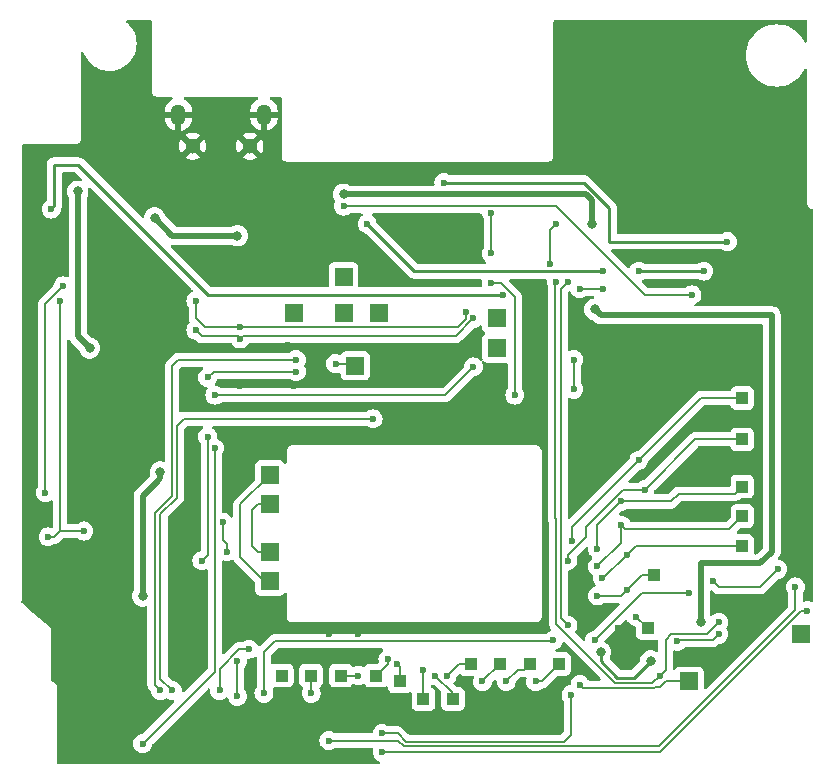
<source format=gbr>
%TF.GenerationSoftware,KiCad,Pcbnew,8.0.4*%
%TF.CreationDate,2024-08-09T22:10:12+01:00*%
%TF.ProjectId,esp32,65737033-322e-46b6-9963-61645f706362,rev?*%
%TF.SameCoordinates,Original*%
%TF.FileFunction,Copper,L2,Bot*%
%TF.FilePolarity,Positive*%
%FSLAX46Y46*%
G04 Gerber Fmt 4.6, Leading zero omitted, Abs format (unit mm)*
G04 Created by KiCad (PCBNEW 8.0.4) date 2024-08-09 22:10:12*
%MOMM*%
%LPD*%
G01*
G04 APERTURE LIST*
%TA.AperFunction,ComponentPad*%
%ADD10C,1.300000*%
%TD*%
%TA.AperFunction,ComponentPad*%
%ADD11O,1.300000X1.800000*%
%TD*%
%TA.AperFunction,SMDPad,CuDef*%
%ADD12R,1.000000X1.000000*%
%TD*%
%TA.AperFunction,SMDPad,CuDef*%
%ADD13R,1.500000X1.500000*%
%TD*%
%TA.AperFunction,ViaPad*%
%ADD14C,0.600000*%
%TD*%
%TA.AperFunction,ViaPad*%
%ADD15C,0.800000*%
%TD*%
%TA.AperFunction,Conductor*%
%ADD16C,0.200000*%
%TD*%
%TA.AperFunction,Conductor*%
%ADD17C,0.500000*%
%TD*%
%TA.AperFunction,Conductor*%
%ADD18C,0.280000*%
%TD*%
G04 APERTURE END LIST*
D10*
%TO.P,USB1,6,SH1*%
%TO.N,GND*%
X119369693Y-82119989D03*
D11*
%TO.P,USB1,7,SH2*%
X118169795Y-79449682D03*
%TO.P,USB1,8,SH3*%
X125419477Y-79449682D03*
D10*
%TO.P,USB1,9,SH4*%
X124219579Y-82119735D03*
%TD*%
D12*
%TO.P,TP31,1,1*%
%TO.N,Net-(D26-A)*%
X165919477Y-113449682D03*
%TD*%
%TO.P,TP21,1,1*%
%TO.N,Net-(D5-A)*%
X129419477Y-126949682D03*
%TD*%
%TO.P,TP23,1,1*%
%TO.N,Net-(D10-A)*%
X145419477Y-125949682D03*
%TD*%
%TO.P,TP25,1,1*%
%TO.N,Net-(D9-A)*%
X142919477Y-125949682D03*
%TD*%
%TO.P,TP29,1,1*%
%TO.N,Net-(D20-A)*%
X165919477Y-106949682D03*
%TD*%
D13*
%TO.P,TP2,1,1*%
%TO.N,/PSP Pins/Y_1*%
X125919477Y-109949682D03*
%TD*%
%TO.P,TP8,1,1*%
%TO.N,Net-(U1-INT)*%
X161419477Y-127449682D03*
%TD*%
%TO.P,TP7,1,1*%
%TO.N,Net-(U4-INT)*%
X170919477Y-123449682D03*
%TD*%
D12*
%TO.P,TP22,1,1*%
%TO.N,Net-(D12-A)*%
X150419477Y-125949682D03*
%TD*%
D13*
%TO.P,TP14,1,1*%
%TO.N,Net-(U12-IO25)*%
X132154814Y-96209652D03*
%TD*%
D12*
%TO.P,TP18,1,1*%
%TO.N,Net-(D4-A)*%
X131919477Y-126949682D03*
%TD*%
%TO.P,TP26,1,1*%
%TO.N,Net-(D7-A)*%
X138919477Y-128949682D03*
%TD*%
D13*
%TO.P,TP4,1,1*%
%TO.N,/PSP Pins/X_1*%
X125919477Y-116449682D03*
%TD*%
D12*
%TO.P,TP27,1,1*%
%TO.N,Net-(D11-A)*%
X147919477Y-125949682D03*
%TD*%
D13*
%TO.P,TP10,1,1*%
%TO.N,Net-(U12-IO16)*%
X145154814Y-96709652D03*
%TD*%
D12*
%TO.P,TP34,1,1*%
%TO.N,Net-(D29-A)*%
X157919477Y-122949682D03*
%TD*%
%TO.P,TP24,1,1*%
%TO.N,Net-(D8-A)*%
X141419477Y-128949682D03*
%TD*%
%TO.P,TP19,1,1*%
%TO.N,Net-(D6-A)*%
X126919477Y-126949682D03*
%TD*%
%TO.P,TP28,1,1*%
%TO.N,Net-(D1-A)*%
X165919477Y-103449682D03*
%TD*%
D13*
%TO.P,TP15,1,1*%
%TO.N,Net-(U12-IO33)*%
X127919477Y-96209652D03*
%TD*%
D12*
%TO.P,TP33,1,1*%
%TO.N,Net-(D28-A)*%
X158419477Y-118449682D03*
%TD*%
%TO.P,TP30,1,1*%
%TO.N,Net-(D25-A)*%
X165919477Y-110949682D03*
%TD*%
%TO.P,TP20,1,1*%
%TO.N,Net-(D3-A)*%
X134919477Y-126949682D03*
%TD*%
D13*
%TO.P,TP13,1,1*%
%TO.N,Net-(U12-IO26)*%
X135154814Y-96209652D03*
%TD*%
%TO.P,TP12,1,1*%
%TO.N,Net-(U12-IO27)*%
X133154814Y-100709652D03*
%TD*%
D12*
%TO.P,TP32,1,1*%
%TO.N,Net-(D27-A)*%
X165919477Y-115949682D03*
%TD*%
D13*
%TO.P,TP11,1,1*%
%TO.N,Net-(U12-IO4)*%
X145154814Y-99209652D03*
%TD*%
%TO.P,TP1,1,1*%
%TO.N,/PSP Pins/X_1*%
X125919477Y-112449682D03*
%TD*%
%TO.P,TP16,1,1*%
%TO.N,Net-(U12-IO32)*%
X132154814Y-93209652D03*
%TD*%
%TO.P,TP3,1,1*%
%TO.N,/PSP Pins/Y_1*%
X125919477Y-118949682D03*
%TD*%
D12*
%TO.P,TP9,1,1*%
%TO.N,Net-(D24-A)*%
X136919477Y-127449682D03*
%TD*%
D14*
%TO.N,/ESP32/ESP_EN*%
X132154814Y-87209652D03*
X161654814Y-94709652D03*
%TO.N,GND*%
X151419477Y-121449682D03*
X112419477Y-123449682D03*
X118919477Y-114949682D03*
X156419477Y-123949682D03*
X163593742Y-120623947D03*
X125919477Y-106949682D03*
X134419477Y-91949682D03*
X114919477Y-100949682D03*
X113919477Y-102449682D03*
X118919477Y-120449682D03*
X127919477Y-93449682D03*
X105919477Y-115949682D03*
X163419477Y-125949682D03*
X133419477Y-123449682D03*
X141919477Y-122949682D03*
X109419477Y-129949682D03*
X153919477Y-105949682D03*
X165419477Y-101449682D03*
X159419477Y-103949682D03*
X144419477Y-105949682D03*
X139419477Y-89449682D03*
X163419477Y-126949682D03*
X132919477Y-84449682D03*
X150919477Y-77449682D03*
X113919477Y-98949682D03*
D15*
X124419477Y-132949682D03*
D14*
X142919477Y-98949682D03*
X131919477Y-106449682D03*
X137419477Y-89449682D03*
X145419477Y-122949682D03*
X130919477Y-123449682D03*
X114419477Y-76449682D03*
X167419477Y-110449682D03*
X165919477Y-77949682D03*
X150919477Y-82949682D03*
X154419477Y-98449682D03*
X122419477Y-91449682D03*
X127919477Y-102449682D03*
X114419477Y-83449682D03*
X127419477Y-90449682D03*
X109919477Y-107949682D03*
X155419477Y-75449682D03*
X165919477Y-84449682D03*
X109919477Y-104449682D03*
X111419477Y-79449682D03*
X155419477Y-122949682D03*
X127419477Y-98949682D03*
X158419477Y-77449682D03*
X119419477Y-108449682D03*
X123419477Y-102449682D03*
X119919477Y-125949682D03*
X136419477Y-84449682D03*
X122919477Y-111449682D03*
X118419477Y-125949682D03*
X151919477Y-97449682D03*
X105419477Y-109449682D03*
X114419477Y-110449682D03*
X161919477Y-74949682D03*
D15*
X111919477Y-129949682D03*
D14*
X137419477Y-105949682D03*
X110419477Y-110949682D03*
X155419477Y-125449682D03*
X125919477Y-122449682D03*
X132419477Y-88449682D03*
X157919477Y-97949682D03*
X109419477Y-100449682D03*
X152419477Y-104449682D03*
D15*
X165919541Y-123949746D03*
D14*
X140419477Y-90949682D03*
D15*
%TO.N,+3.3V*%
X162419477Y-122449682D03*
X153919477Y-124949682D03*
X158169477Y-125699682D03*
X132154814Y-86209652D03*
X153419477Y-95949682D03*
X116654814Y-109709652D03*
X153154814Y-88709652D03*
X116154814Y-88209652D03*
X115154814Y-120209652D03*
X123154814Y-89709652D03*
%TO.N,Net-(D2-K)*%
X109654814Y-85949682D03*
X110654814Y-99209652D03*
D14*
%TO.N,Net-(D3-A)*%
X135919477Y-125549682D03*
%TO.N,Net-(D4-A)*%
X133419477Y-126949682D03*
%TO.N,Net-(D5-A)*%
X129419477Y-128449682D03*
%TO.N,Net-(D6-A)*%
X126919477Y-126949682D03*
%TO.N,Net-(D7-A)*%
X138919477Y-126449682D03*
%TO.N,Net-(D8-A)*%
X139919477Y-126949682D03*
%TO.N,Net-(D9-A)*%
X140919477Y-126949682D03*
%TO.N,Net-(D10-A)*%
X143919477Y-127449682D03*
%TO.N,Net-(D11-A)*%
X145919477Y-127449682D03*
%TO.N,Net-(D12-A)*%
X148419477Y-127449682D03*
%TO.N,PSP_START*%
X144654814Y-91209652D03*
X144654814Y-87809652D03*
X146654814Y-103209652D03*
X144654814Y-93709652D03*
%TO.N,Net-(D24-A)*%
X136669541Y-125949682D03*
%TO.N,/PSP Pins/+V*%
X123154814Y-125709652D03*
X122319477Y-116449682D03*
X121919477Y-113949682D03*
X123154814Y-128709652D03*
%TO.N,/PSP Pins/X_1*%
X125919477Y-112449682D03*
X125919477Y-116449682D03*
%TO.N,/PSP Pins/Y_1*%
X124154814Y-124709652D03*
X121654814Y-128209652D03*
X125919477Y-118949682D03*
X125919477Y-109949682D03*
%TO.N,RTS_PROG*%
X107154814Y-115209652D03*
X110154814Y-114709652D03*
X108154814Y-95209652D03*
%TO.N,DTR_PROG*%
X106919477Y-111449682D03*
X108419477Y-93949682D03*
%TO.N,UART_TX*%
X143154814Y-96709652D03*
X123419477Y-98449682D03*
X119654814Y-97709652D03*
%TO.N,ESP_I2C_SDA*%
X151154814Y-122709652D03*
X151154814Y-93609652D03*
X163919477Y-123449682D03*
X160419477Y-124049682D03*
%TO.N,UART_RX*%
X142554814Y-96143965D03*
X123419477Y-97449682D03*
X119654814Y-95209652D03*
%TO.N,Net-(U4-INT)*%
X170919477Y-123449682D03*
%TO.N,ESP_I2C_SCL*%
X149654814Y-92069652D03*
X163919477Y-122449682D03*
X150154814Y-88709652D03*
X150154814Y-93609652D03*
X158919477Y-126949682D03*
%TO.N,Net-(U1-INT)*%
X152179574Y-127709779D03*
%TO.N,/PSP Pins/Left*%
X170419477Y-119449682D03*
X130919477Y-132449682D03*
%TO.N,/PSP Pins/Up*%
X171419477Y-121449682D03*
X135419477Y-133449682D03*
%TO.N,/PSP Pins/Right*%
X135419477Y-131849682D03*
X151419477Y-128572339D03*
%TO.N,/PSP Pins/Down*%
X161419477Y-119949682D03*
X149919477Y-123949682D03*
X163419477Y-118949682D03*
X125419477Y-128449682D03*
X153419477Y-123949682D03*
X168919477Y-117949682D03*
%TO.N,ESP_SPI_CS*%
X121254814Y-103209652D03*
X121254814Y-107709652D03*
X143154814Y-100809652D03*
X115154814Y-132709652D03*
%TO.N,ESP_SPI_MOSI*%
X117654814Y-128209652D03*
X134654814Y-105209652D03*
%TO.N,ESP_SPI_MISO*%
X120154814Y-117209652D03*
X128154814Y-101209652D03*
X120654814Y-106709652D03*
X120654814Y-101709652D03*
%TO.N,ESP_SPI_SCLK*%
X128154814Y-100209652D03*
X116654814Y-128209652D03*
%TO.N,/ESP32/ESPScreenDetect*%
X140654814Y-85209652D03*
X164654814Y-90209652D03*
%TO.N,Net-(U12-IO16)*%
X145154814Y-96709652D03*
%TO.N,Net-(U12-IO4)*%
X145154814Y-98959654D03*
%TO.N,/ESP32/LEDIndicator*%
X145654814Y-94709652D03*
X107419477Y-87449682D03*
%TO.N,Net-(U12-IO27)*%
X131480549Y-100535387D03*
%TO.N,/ESP32/ESP_MODE*%
X154154814Y-94209652D03*
X152154814Y-94209652D03*
%TO.N,Net-(U12-IO26)*%
X135154814Y-96209652D03*
%TO.N,Net-(U12-IO25)*%
X132154814Y-96209652D03*
%TO.N,Net-(U12-IO33)*%
X127919477Y-96209652D03*
%TO.N,Net-(U12-IO32)*%
X132154814Y-93209652D03*
%TO.N,/ESP32/ESPPowerDetect*%
X134154814Y-88709652D03*
X162654814Y-92709652D03*
X157154814Y-92709652D03*
X154154814Y-92709652D03*
%TO.N,Net-(D27-A)*%
X156154814Y-116709652D03*
X154054814Y-118709652D03*
%TO.N,Net-(D25-A)*%
X155654814Y-112209652D03*
X153654814Y-116209652D03*
%TO.N,Net-(D29-A)*%
X156919477Y-121949682D03*
%TO.N,Net-(D28-A)*%
X156154814Y-119709652D03*
X153654814Y-120209652D03*
%TO.N,Net-(D26-A)*%
X153654814Y-117709652D03*
X155654814Y-114209652D03*
%TO.N,Net-(D20-A)*%
X157654814Y-111209652D03*
X151154814Y-117209652D03*
%TO.N,Net-(D1-A)*%
X157154814Y-108709652D03*
X151480549Y-115535387D03*
%TO.N,PSP_SELECT*%
X151654814Y-102709652D03*
X151654814Y-100209652D03*
%TD*%
D16*
%TO.N,/ESP32/ESP_EN*%
X161654814Y-94709652D02*
X157654814Y-94709652D01*
X157654814Y-94709652D02*
X150154814Y-87209652D01*
X150154814Y-87209652D02*
X132154814Y-87209652D01*
D17*
%TO.N,+3.3V*%
X115154814Y-111709652D02*
X116404814Y-110459652D01*
X117654814Y-89709652D02*
X116154814Y-88209652D01*
X162419477Y-122449682D02*
X162419477Y-117449682D01*
X116654814Y-110209652D02*
X116154814Y-110709652D01*
D18*
X153919477Y-125700590D02*
X153919477Y-124949682D01*
D17*
X153154814Y-86709652D02*
X152654814Y-86209652D01*
X116654814Y-109709652D02*
X116654814Y-110209652D01*
X116154814Y-110709652D02*
X116404814Y-110459652D01*
D18*
X155348539Y-127129652D02*
X153919477Y-125700590D01*
D17*
X162419477Y-117449682D02*
X167419477Y-117449682D01*
X115154814Y-111709652D02*
X115154814Y-120209652D01*
X153919477Y-96449682D02*
X153419477Y-95949682D01*
D18*
X158169477Y-125699682D02*
X156739507Y-127129652D01*
D17*
X153154814Y-88709652D02*
X153154814Y-86709652D01*
X168419477Y-96449682D02*
X153919477Y-96449682D01*
X167419477Y-117449682D02*
X168419477Y-116449682D01*
D18*
X156739507Y-127129652D02*
X155348539Y-127129652D01*
D17*
X123154814Y-89709652D02*
X117654814Y-89709652D01*
X168419477Y-116449682D02*
X168419477Y-96449682D01*
X152654814Y-86209652D02*
X132154814Y-86209652D01*
%TO.N,Net-(D2-K)*%
X109654814Y-85949682D02*
X109654814Y-98209652D01*
X109654814Y-98209652D02*
X110654814Y-99209652D01*
D16*
%TO.N,Net-(D3-A)*%
X135919477Y-125949682D02*
X134919477Y-126949682D01*
X135919477Y-125549682D02*
X135919477Y-125949682D01*
%TO.N,Net-(D4-A)*%
X133419477Y-126949682D02*
X131919477Y-126949682D01*
%TO.N,Net-(D5-A)*%
X129419477Y-128449682D02*
X129419477Y-126949682D01*
%TO.N,Net-(D7-A)*%
X138919477Y-126449682D02*
X138919477Y-128949682D01*
%TO.N,Net-(D8-A)*%
X141419477Y-128449682D02*
X141419477Y-128949682D01*
X139919477Y-126949682D02*
X141419477Y-128449682D01*
%TO.N,Net-(D9-A)*%
X140919477Y-126949682D02*
X141919477Y-125949682D01*
X141919477Y-125949682D02*
X142919477Y-125949682D01*
%TO.N,Net-(D10-A)*%
X145419477Y-125949682D02*
X143919477Y-127449682D01*
%TO.N,Net-(D11-A)*%
X146919477Y-126449682D02*
X145919477Y-127449682D01*
X147419477Y-126449682D02*
X146919477Y-126449682D01*
X147919477Y-125949682D02*
X147419477Y-126449682D01*
%TO.N,Net-(D12-A)*%
X148919477Y-127449682D02*
X148419477Y-127449682D01*
X150419477Y-125949682D02*
X148919477Y-127449682D01*
%TO.N,PSP_START*%
X146654814Y-94861123D02*
X145503343Y-93709652D01*
X145503343Y-93709652D02*
X144654814Y-93709652D01*
X144654814Y-91209652D02*
X144654814Y-87809652D01*
X146654814Y-103209652D02*
X146654814Y-94861123D01*
%TO.N,Net-(D24-A)*%
X136919477Y-126199618D02*
X136669541Y-125949682D01*
X136919477Y-127449682D02*
X136919477Y-126199618D01*
%TO.N,/PSP Pins/+V*%
X122319477Y-116449682D02*
X122319477Y-115849682D01*
X123154814Y-128709652D02*
X123154814Y-125709652D01*
X122319477Y-115849682D02*
X121919477Y-115449682D01*
X121919477Y-115449682D02*
X121919477Y-113949682D01*
%TO.N,/PSP Pins/X_1*%
X124919477Y-112449682D02*
X124419477Y-112949682D01*
X124419477Y-115949682D02*
X124919477Y-116449682D01*
X124919477Y-116449682D02*
X125919477Y-116449682D01*
X124419477Y-112949682D02*
X124419477Y-115949682D01*
X125919477Y-112449682D02*
X124919477Y-112449682D01*
%TO.N,/PSP Pins/Y_1*%
X121654814Y-128209652D02*
X121654814Y-126361123D01*
X125419477Y-118949682D02*
X125919477Y-118949682D01*
X121654814Y-126361123D02*
X123306285Y-124709652D01*
X123419477Y-112449682D02*
X123419477Y-116949682D01*
X123419477Y-116949682D02*
X125419477Y-118949682D01*
X123306285Y-124709652D02*
X124154814Y-124709652D01*
X125919477Y-109949682D02*
X123419477Y-112449682D01*
%TO.N,RTS_PROG*%
X107154814Y-115209652D02*
X107654814Y-115209652D01*
X108154814Y-95209652D02*
X108154814Y-114709652D01*
X108154814Y-114709652D02*
X110154814Y-114709652D01*
X107654814Y-115209652D02*
X108154814Y-114709652D01*
%TO.N,DTR_PROG*%
X106919477Y-95449682D02*
X108419477Y-93949682D01*
X106919477Y-111449682D02*
X106919477Y-95449682D01*
%TO.N,UART_TX*%
X123179447Y-98209652D02*
X123419477Y-98449682D01*
X119654814Y-97709652D02*
X120154814Y-98209652D01*
X141654814Y-98209652D02*
X143154814Y-96709652D01*
X123419477Y-98449682D02*
X123659507Y-98209652D01*
X123659507Y-98209652D02*
X141654814Y-98209652D01*
X120154814Y-98209652D02*
X123179447Y-98209652D01*
%TO.N,ESP_I2C_SDA*%
X150554814Y-94209652D02*
X150554814Y-122109652D01*
X163419477Y-123949682D02*
X163919477Y-123449682D01*
X160419477Y-124049682D02*
X160519477Y-123949682D01*
X150554814Y-122109652D02*
X151154814Y-122709652D01*
X151154814Y-93609652D02*
X150554814Y-94209652D01*
X160519477Y-123949682D02*
X163419477Y-123949682D01*
%TO.N,UART_RX*%
X142554814Y-96743966D02*
X141849098Y-97449682D01*
X141849098Y-97449682D02*
X123419477Y-97449682D01*
X119654814Y-96709652D02*
X119654814Y-95209652D01*
X123419477Y-97449682D02*
X120394844Y-97449682D01*
X120394844Y-97449682D02*
X119654814Y-96709652D01*
X142554814Y-96143965D02*
X142554814Y-96743966D01*
%TO.N,ESP_I2C_SCL*%
X155166285Y-127569652D02*
X150154814Y-122558181D01*
X150154814Y-113709652D02*
X150054814Y-113609652D01*
X158299507Y-127569652D02*
X155166285Y-127569652D01*
X149654814Y-92069652D02*
X149654814Y-89209652D01*
X150054814Y-113609652D02*
X150054814Y-93709652D01*
X159919477Y-123449682D02*
X162919477Y-123449682D01*
X162919477Y-123449682D02*
X163919477Y-122449682D01*
X159419477Y-126449682D02*
X159419477Y-123949682D01*
X150054814Y-93709652D02*
X150154814Y-93609652D01*
X158919477Y-126949682D02*
X158299507Y-127569652D01*
X149654814Y-89209652D02*
X150154814Y-88709652D01*
X159419477Y-123949682D02*
X159919477Y-123449682D01*
X158919477Y-126949682D02*
X159419477Y-126449682D01*
X150154814Y-122558181D02*
X150154814Y-113709652D01*
%TO.N,Net-(U1-INT)*%
X159419477Y-127449682D02*
X161419477Y-127449682D01*
X158465192Y-127969652D02*
X158485162Y-127949682D01*
X158485162Y-127949682D02*
X158919477Y-127949682D01*
X152179574Y-127709779D02*
X152439447Y-127969652D01*
X158919477Y-127949682D02*
X159419477Y-127449682D01*
X152439447Y-127969652D02*
X158465192Y-127969652D01*
%TO.N,/PSP Pins/Left*%
X130919477Y-132449682D02*
X136768006Y-132449682D01*
X158853791Y-132949682D02*
X170419477Y-121383996D01*
X137268006Y-132949682D02*
X158853791Y-132949682D01*
X136768006Y-132449682D02*
X137268006Y-132949682D01*
X170419477Y-121383996D02*
X170419477Y-119449682D01*
%TO.N,/PSP Pins/Up*%
X170919477Y-121449682D02*
X171419477Y-121449682D01*
X135419477Y-133449682D02*
X158919477Y-133449682D01*
X158919477Y-133449682D02*
X170919477Y-121449682D01*
%TO.N,/PSP Pins/Right*%
X137433692Y-132549682D02*
X150819477Y-132549682D01*
X136733692Y-131849682D02*
X137433692Y-132549682D01*
X135419477Y-131849682D02*
X136733692Y-131849682D01*
X151419477Y-131949682D02*
X151419477Y-128572339D01*
X150819477Y-132549682D02*
X151419477Y-131949682D01*
%TO.N,/PSP Pins/Down*%
X157419477Y-119949682D02*
X161419477Y-119949682D01*
X167419477Y-119449682D02*
X168919477Y-117949682D01*
X149819477Y-124049682D02*
X149919477Y-123949682D01*
X153419477Y-123949682D02*
X157419477Y-119949682D01*
X163919477Y-119449682D02*
X167419477Y-119449682D01*
X163419477Y-118949682D02*
X163919477Y-119449682D01*
X125419477Y-128449682D02*
X125419477Y-124949682D01*
X126319477Y-124049682D02*
X149819477Y-124049682D01*
X125419477Y-124949682D02*
X126319477Y-124049682D01*
%TO.N,ESP_SPI_CS*%
X143154814Y-100809652D02*
X140754814Y-103209652D01*
X121254814Y-107709652D02*
X121254814Y-126609652D01*
X140754814Y-103209652D02*
X121254814Y-103209652D01*
X121254814Y-126609652D02*
X115154814Y-132709652D01*
%TO.N,ESP_SPI_MOSI*%
X118054814Y-105809652D02*
X118654814Y-105209652D01*
X116654814Y-113275338D02*
X118054814Y-111875338D01*
X117654814Y-128209652D02*
X116654814Y-127209652D01*
X116654814Y-127209652D02*
X116654814Y-113275338D01*
X118654814Y-105209652D02*
X134654814Y-105209652D01*
X118054814Y-111875338D02*
X118054814Y-105809652D01*
%TO.N,ESP_SPI_MISO*%
X121154814Y-101209652D02*
X128154814Y-101209652D01*
X120154814Y-117209652D02*
X120654814Y-116709652D01*
X120654814Y-116709652D02*
X120654814Y-106709652D01*
X120654814Y-101709652D02*
X121154814Y-101209652D01*
%TO.N,ESP_SPI_SCLK*%
X118154814Y-100209652D02*
X128154814Y-100209652D01*
X116654814Y-128209652D02*
X116154814Y-127709652D01*
X116154814Y-113209652D02*
X117654814Y-111709652D01*
X117654814Y-111709652D02*
X117654814Y-100709652D01*
X117654814Y-100709652D02*
X118154814Y-100209652D01*
X116154814Y-127709652D02*
X116154814Y-113209652D01*
D18*
%TO.N,/ESP32/ESPScreenDetect*%
X154654814Y-87375266D02*
X152489200Y-85209652D01*
X164654814Y-90209652D02*
X154654814Y-90209652D01*
X152489200Y-85209652D02*
X140654814Y-85209652D01*
X154654814Y-90209652D02*
X154654814Y-87375266D01*
%TO.N,/ESP32/LEDIndicator*%
X107654814Y-87209652D02*
X107654814Y-83709652D01*
X120701333Y-94709652D02*
X145654814Y-94709652D01*
X107654814Y-83709652D02*
X109701333Y-83709652D01*
D16*
X107654814Y-87214345D02*
X107419477Y-87449682D01*
D18*
X109701333Y-83709652D02*
X120701333Y-94709652D01*
D16*
X107654814Y-87209652D02*
X107654814Y-87214345D01*
%TO.N,Net-(U12-IO27)*%
X131480549Y-100535387D02*
X132980549Y-100535387D01*
X132980549Y-100535387D02*
X133154814Y-100709652D01*
%TO.N,/ESP32/ESP_MODE*%
X152154814Y-94209652D02*
X154154814Y-94209652D01*
D18*
%TO.N,/ESP32/ESPPowerDetect*%
X138154814Y-92709652D02*
X154154814Y-92709652D01*
X162654814Y-92709652D02*
X157154814Y-92709652D01*
X134154814Y-88709652D02*
X138154814Y-92709652D01*
D16*
%TO.N,Net-(D27-A)*%
X154154814Y-118709652D02*
X156154814Y-116709652D01*
X156914784Y-115949682D02*
X165919477Y-115949682D01*
X156154814Y-116709652D02*
X156914784Y-115949682D01*
X154054814Y-118709652D02*
X154154814Y-118709652D01*
%TO.N,Net-(D25-A)*%
X160519477Y-111549682D02*
X165319477Y-111549682D01*
X159859507Y-112209652D02*
X160519477Y-111549682D01*
X155654814Y-112209652D02*
X159859507Y-112209652D01*
X153654814Y-116209652D02*
X153654814Y-114209652D01*
X165319477Y-111549682D02*
X165919477Y-110949682D01*
X153654814Y-114209652D02*
X155654814Y-112209652D01*
%TO.N,Net-(D29-A)*%
X156919477Y-121949682D02*
X157919477Y-122949682D01*
%TO.N,Net-(D28-A)*%
X158419477Y-118449682D02*
X157414784Y-118449682D01*
X157414784Y-118449682D02*
X156154814Y-119709652D01*
X155654814Y-120209652D02*
X156154814Y-119709652D01*
X153654814Y-120209652D02*
X155654814Y-120209652D01*
%TO.N,Net-(D26-A)*%
X164819477Y-114549682D02*
X165919477Y-113449682D01*
X153654814Y-117709652D02*
X155654814Y-115709652D01*
X155654814Y-114209652D02*
X155994844Y-114549682D01*
X155654814Y-115709652D02*
X155654814Y-114209652D01*
X155994844Y-114549682D02*
X164819477Y-114549682D01*
%TO.N,Net-(D20-A)*%
X157654814Y-111209652D02*
X161914784Y-106949682D01*
X152654814Y-115209652D02*
X152654814Y-114361123D01*
X151154814Y-116709652D02*
X152654814Y-115209652D01*
X161914784Y-106949682D02*
X165919477Y-106949682D01*
X152654814Y-114361123D02*
X155806285Y-111209652D01*
X151154814Y-117209652D02*
X151154814Y-116709652D01*
X155806285Y-111209652D02*
X157654814Y-111209652D01*
X157654814Y-111209652D02*
X157810978Y-111209652D01*
%TO.N,Net-(D1-A)*%
X151480549Y-114383917D02*
X157154814Y-108709652D01*
X162419477Y-103449682D02*
X165919477Y-103449682D01*
X159914784Y-105949682D02*
X159919477Y-105949682D01*
X157154814Y-108709652D02*
X159914784Y-105949682D01*
X151480549Y-115535387D02*
X151480549Y-114383917D01*
X159919477Y-105949682D02*
X162419477Y-103449682D01*
%TO.N,PSP_SELECT*%
X151654814Y-102709652D02*
X151654814Y-100209652D01*
%TD*%
%TA.AperFunction,Conductor*%
%TO.N,GND*%
G36*
X115862016Y-71469867D02*
G01*
X115907771Y-71522671D01*
X115918977Y-71574182D01*
X115918977Y-77515573D01*
X115953085Y-77642869D01*
X115986031Y-77699932D01*
X116018977Y-77756996D01*
X116112163Y-77850182D01*
X116226291Y-77916074D01*
X116353585Y-77950182D01*
X116485369Y-77950182D01*
X117572487Y-77950182D01*
X117639526Y-77969867D01*
X117685281Y-78022671D01*
X117695225Y-78091829D01*
X117666200Y-78155385D01*
X117628782Y-78184667D01*
X117567060Y-78216116D01*
X117420625Y-78322505D01*
X117292618Y-78450512D01*
X117186229Y-78596947D01*
X117104047Y-78758234D01*
X117104046Y-78758237D01*
X117048112Y-78930388D01*
X117019795Y-79109175D01*
X117019795Y-79199682D01*
X117820836Y-79199682D01*
X117819782Y-79203615D01*
X117819782Y-79695749D01*
X117820836Y-79699682D01*
X117019795Y-79699682D01*
X117019795Y-79790188D01*
X117048112Y-79968975D01*
X117104046Y-80141126D01*
X117104047Y-80141129D01*
X117186229Y-80302416D01*
X117292618Y-80448851D01*
X117420625Y-80576858D01*
X117567060Y-80683247D01*
X117728347Y-80765429D01*
X117728350Y-80765430D01*
X117900494Y-80821362D01*
X117900507Y-80821365D01*
X117919795Y-80824420D01*
X117919795Y-79894662D01*
X117954882Y-79929749D01*
X118034695Y-79975829D01*
X118123715Y-79999682D01*
X118215875Y-79999682D01*
X118304895Y-79975829D01*
X118384708Y-79929749D01*
X118419795Y-79894662D01*
X118419795Y-80824419D01*
X118439082Y-80821365D01*
X118439095Y-80821362D01*
X118611239Y-80765430D01*
X118611242Y-80765429D01*
X118772529Y-80683247D01*
X118918964Y-80576858D01*
X119046971Y-80448851D01*
X119153360Y-80302416D01*
X119235542Y-80141129D01*
X119235543Y-80141126D01*
X119291477Y-79968975D01*
X119319795Y-79790188D01*
X119319795Y-79699682D01*
X118518754Y-79699682D01*
X118519808Y-79695749D01*
X118519808Y-79203615D01*
X118518754Y-79199682D01*
X119319795Y-79199682D01*
X119319795Y-79109175D01*
X119291477Y-78930388D01*
X119235543Y-78758237D01*
X119235542Y-78758234D01*
X119153360Y-78596947D01*
X119046971Y-78450512D01*
X118918964Y-78322505D01*
X118772529Y-78216116D01*
X118710808Y-78184667D01*
X118660012Y-78136692D01*
X118643217Y-78068871D01*
X118665755Y-78002736D01*
X118720470Y-77959285D01*
X118767103Y-77950182D01*
X124822169Y-77950182D01*
X124889208Y-77969867D01*
X124934963Y-78022671D01*
X124944907Y-78091829D01*
X124915882Y-78155385D01*
X124878464Y-78184667D01*
X124816742Y-78216116D01*
X124670307Y-78322505D01*
X124542300Y-78450512D01*
X124435911Y-78596947D01*
X124353729Y-78758234D01*
X124353728Y-78758237D01*
X124297794Y-78930388D01*
X124269477Y-79109175D01*
X124269477Y-79199682D01*
X125070518Y-79199682D01*
X125069464Y-79203615D01*
X125069464Y-79695749D01*
X125070518Y-79699682D01*
X124269477Y-79699682D01*
X124269477Y-79790188D01*
X124297794Y-79968975D01*
X124353728Y-80141126D01*
X124353729Y-80141129D01*
X124435911Y-80302416D01*
X124542300Y-80448851D01*
X124670307Y-80576858D01*
X124816742Y-80683247D01*
X124978029Y-80765429D01*
X124978032Y-80765430D01*
X125150176Y-80821362D01*
X125150189Y-80821365D01*
X125169477Y-80824420D01*
X125169477Y-79894662D01*
X125204564Y-79929749D01*
X125284377Y-79975829D01*
X125373397Y-79999682D01*
X125465557Y-79999682D01*
X125554577Y-79975829D01*
X125634390Y-79929749D01*
X125669477Y-79894662D01*
X125669477Y-80824419D01*
X125688764Y-80821365D01*
X125688777Y-80821362D01*
X125860921Y-80765430D01*
X125860924Y-80765429D01*
X126022211Y-80683247D01*
X126168646Y-80576858D01*
X126296653Y-80448851D01*
X126403042Y-80302416D01*
X126485224Y-80141129D01*
X126485225Y-80141126D01*
X126541159Y-79968975D01*
X126569477Y-79790188D01*
X126569477Y-79699682D01*
X125768436Y-79699682D01*
X125769490Y-79695749D01*
X125769490Y-79203615D01*
X125768436Y-79199682D01*
X126569477Y-79199682D01*
X126569477Y-79109175D01*
X126541159Y-78930388D01*
X126485225Y-78758237D01*
X126485224Y-78758234D01*
X126403042Y-78596947D01*
X126296653Y-78450512D01*
X126168646Y-78322505D01*
X126022211Y-78216116D01*
X125960490Y-78184667D01*
X125909694Y-78136692D01*
X125892899Y-78068871D01*
X125915437Y-78002736D01*
X125970152Y-77959285D01*
X126016785Y-77950182D01*
X126794977Y-77950182D01*
X126862016Y-77969867D01*
X126907771Y-78022671D01*
X126918977Y-78074182D01*
X126918977Y-83015573D01*
X126953085Y-83142869D01*
X126986031Y-83199932D01*
X127018977Y-83256996D01*
X127112163Y-83350182D01*
X127226291Y-83416074D01*
X127353585Y-83450182D01*
X127353587Y-83450182D01*
X149485367Y-83450182D01*
X149485369Y-83450182D01*
X149612663Y-83416074D01*
X149726791Y-83350182D01*
X149819977Y-83256996D01*
X149885869Y-83142868D01*
X149919977Y-83015574D01*
X149919977Y-71574182D01*
X149939662Y-71507143D01*
X149992466Y-71461388D01*
X150043977Y-71450182D01*
X171294977Y-71450182D01*
X171362016Y-71469867D01*
X171407771Y-71522671D01*
X171418977Y-71574182D01*
X171418977Y-73229268D01*
X171399292Y-73296307D01*
X171346488Y-73342062D01*
X171277330Y-73352006D01*
X171213774Y-73322981D01*
X171181901Y-73280159D01*
X171158894Y-73229039D01*
X171158893Y-73229038D01*
X171158892Y-73229035D01*
X170994802Y-72957596D01*
X170893945Y-72828862D01*
X170799187Y-72707912D01*
X170574912Y-72483637D01*
X170325235Y-72288027D01*
X170325227Y-72288022D01*
X170053790Y-72123933D01*
X169764552Y-71993757D01*
X169461732Y-71899395D01*
X169149746Y-71842221D01*
X169149745Y-71842220D01*
X169149740Y-71842220D01*
X168833143Y-71823070D01*
X168516545Y-71842220D01*
X168204553Y-71899395D01*
X167901739Y-71993755D01*
X167901735Y-71993756D01*
X167901734Y-71993757D01*
X167788926Y-72044528D01*
X167612500Y-72123931D01*
X167612498Y-72123932D01*
X167341058Y-72288022D01*
X167341050Y-72288027D01*
X167091373Y-72483637D01*
X166867098Y-72707912D01*
X166671488Y-72957589D01*
X166671484Y-72957596D01*
X166507394Y-73229035D01*
X166408089Y-73449682D01*
X166377216Y-73518278D01*
X166282856Y-73821092D01*
X166225681Y-74133084D01*
X166206531Y-74449682D01*
X166225681Y-74766279D01*
X166225681Y-74766284D01*
X166225682Y-74766285D01*
X166282856Y-75078271D01*
X166377218Y-75381091D01*
X166507394Y-75670329D01*
X166671483Y-75941766D01*
X166671488Y-75941774D01*
X166867098Y-76191451D01*
X167091373Y-76415726D01*
X167341050Y-76611336D01*
X167341053Y-76611337D01*
X167341057Y-76611341D01*
X167612496Y-76775431D01*
X167901734Y-76905607D01*
X168204554Y-76999969D01*
X168516540Y-77057143D01*
X168833143Y-77076294D01*
X169149746Y-77057143D01*
X169461732Y-76999969D01*
X169764552Y-76905607D01*
X170053790Y-76775431D01*
X170325229Y-76611341D01*
X170574909Y-76415729D01*
X170799190Y-76191448D01*
X170994802Y-75941768D01*
X171158892Y-75670329D01*
X171181902Y-75619202D01*
X171227365Y-75566150D01*
X171294295Y-75546097D01*
X171361442Y-75565413D01*
X171407486Y-75617964D01*
X171418977Y-75670095D01*
X171418977Y-87015574D01*
X171422947Y-87030389D01*
X171453085Y-87142869D01*
X171486031Y-87199932D01*
X171518977Y-87256996D01*
X171612163Y-87350182D01*
X171726291Y-87416074D01*
X171827572Y-87443211D01*
X171887230Y-87479574D01*
X171917760Y-87542421D01*
X171919477Y-87562985D01*
X171919477Y-120601785D01*
X171899792Y-120668824D01*
X171846988Y-120714579D01*
X171777830Y-120724523D01*
X171754523Y-120718827D01*
X171598734Y-120664314D01*
X171598726Y-120664312D01*
X171419481Y-120644117D01*
X171419473Y-120644117D01*
X171240227Y-120664312D01*
X171240216Y-120664315D01*
X171184930Y-120683660D01*
X171115151Y-120687221D01*
X171054524Y-120652491D01*
X171022298Y-120590498D01*
X171019977Y-120566618D01*
X171019977Y-120032094D01*
X171039662Y-119965055D01*
X171047032Y-119954779D01*
X171049287Y-119951949D01*
X171049293Y-119951944D01*
X171145266Y-119799204D01*
X171204845Y-119628937D01*
X171204846Y-119628931D01*
X171225042Y-119449685D01*
X171225042Y-119449678D01*
X171204846Y-119270432D01*
X171204845Y-119270427D01*
X171145265Y-119100158D01*
X171080789Y-118997546D01*
X171049293Y-118947420D01*
X170921739Y-118819866D01*
X170853030Y-118776693D01*
X170769000Y-118723893D01*
X170598731Y-118664313D01*
X170598726Y-118664312D01*
X170419481Y-118644117D01*
X170419473Y-118644117D01*
X170240227Y-118664312D01*
X170240222Y-118664313D01*
X170069953Y-118723893D01*
X169917214Y-118819866D01*
X169789661Y-118947419D01*
X169693688Y-119100158D01*
X169634108Y-119270427D01*
X169634107Y-119270432D01*
X169613912Y-119449678D01*
X169613912Y-119449685D01*
X169634107Y-119628931D01*
X169634108Y-119628936D01*
X169693688Y-119799205D01*
X169753992Y-119895178D01*
X169786691Y-119947218D01*
X169789662Y-119951945D01*
X169791922Y-119954779D01*
X169792811Y-119956957D01*
X169793366Y-119957840D01*
X169793211Y-119957937D01*
X169818332Y-120019465D01*
X169818977Y-120032094D01*
X169818977Y-121083898D01*
X169799292Y-121150937D01*
X169782658Y-121171579D01*
X162881657Y-128072579D01*
X162820334Y-128106064D01*
X162750642Y-128101080D01*
X162694709Y-128059208D01*
X162670292Y-127993744D01*
X162669976Y-127984921D01*
X162669976Y-126651810D01*
X162663568Y-126592199D01*
X162656608Y-126573539D01*
X162613274Y-126457353D01*
X162613270Y-126457346D01*
X162527024Y-126342137D01*
X162527021Y-126342134D01*
X162411812Y-126255888D01*
X162411805Y-126255884D01*
X162276959Y-126205590D01*
X162276960Y-126205590D01*
X162217360Y-126199183D01*
X162217358Y-126199182D01*
X162217350Y-126199182D01*
X162217341Y-126199182D01*
X160621606Y-126199182D01*
X160621600Y-126199183D01*
X160561993Y-126205590D01*
X160427148Y-126255884D01*
X160427141Y-126255888D01*
X160311932Y-126342134D01*
X160311929Y-126342137D01*
X160243243Y-126433890D01*
X160187309Y-126475761D01*
X160117618Y-126480745D01*
X160056295Y-126447259D01*
X160022811Y-126385936D01*
X160019977Y-126359579D01*
X160019977Y-124932744D01*
X160039662Y-124865705D01*
X160092466Y-124819950D01*
X160161624Y-124810006D01*
X160184925Y-124815700D01*
X160240222Y-124835050D01*
X160240225Y-124835050D01*
X160240227Y-124835051D01*
X160419473Y-124855247D01*
X160419477Y-124855247D01*
X160419481Y-124855247D01*
X160598726Y-124835051D01*
X160598729Y-124835050D01*
X160598732Y-124835050D01*
X160768999Y-124775471D01*
X160921739Y-124679498D01*
X161014737Y-124586500D01*
X161076061Y-124553016D01*
X161102418Y-124550182D01*
X163332808Y-124550182D01*
X163332824Y-124550183D01*
X163340420Y-124550183D01*
X163498531Y-124550183D01*
X163498534Y-124550183D01*
X163651262Y-124509259D01*
X163651264Y-124509257D01*
X163651266Y-124509257D01*
X163651267Y-124509256D01*
X163705633Y-124477868D01*
X163705634Y-124477867D01*
X163788193Y-124430202D01*
X163899997Y-124318398D01*
X163899998Y-124318396D01*
X163919191Y-124299203D01*
X163938012Y-124280382D01*
X163999335Y-124246897D01*
X164011792Y-124244845D01*
X164098732Y-124235050D01*
X164268999Y-124175471D01*
X164421739Y-124079498D01*
X164549293Y-123951944D01*
X164645266Y-123799204D01*
X164704845Y-123628937D01*
X164706703Y-123612451D01*
X164725042Y-123449685D01*
X164725042Y-123449678D01*
X164704846Y-123270432D01*
X164704845Y-123270427D01*
X164645265Y-123100157D01*
X164592168Y-123015655D01*
X164573167Y-122948418D01*
X164592168Y-122883709D01*
X164645265Y-122799206D01*
X164645541Y-122798417D01*
X164704845Y-122628937D01*
X164704846Y-122628931D01*
X164725042Y-122449685D01*
X164725042Y-122449678D01*
X164704846Y-122270432D01*
X164704845Y-122270427D01*
X164667968Y-122165040D01*
X164645266Y-122100160D01*
X164549293Y-121947420D01*
X164421739Y-121819866D01*
X164352863Y-121776588D01*
X164269000Y-121723893D01*
X164098731Y-121664313D01*
X164098726Y-121664312D01*
X163919481Y-121644117D01*
X163919473Y-121644117D01*
X163740227Y-121664312D01*
X163740222Y-121664313D01*
X163569953Y-121723893D01*
X163417214Y-121819866D01*
X163381658Y-121855423D01*
X163320335Y-121888908D01*
X163250643Y-121883924D01*
X163194710Y-121842052D01*
X163170293Y-121776588D01*
X163169977Y-121767742D01*
X163169977Y-119865890D01*
X163189662Y-119798851D01*
X163242466Y-119753096D01*
X163307859Y-119742670D01*
X163327147Y-119744843D01*
X163391560Y-119771910D01*
X163400930Y-119780371D01*
X163550761Y-119930202D01*
X163550763Y-119930203D01*
X163550764Y-119930204D01*
X163550767Y-119930206D01*
X163687686Y-120009255D01*
X163687689Y-120009257D01*
X163687693Y-120009259D01*
X163840420Y-120050183D01*
X163840422Y-120050183D01*
X164006131Y-120050183D01*
X164006147Y-120050182D01*
X167332808Y-120050182D01*
X167332824Y-120050183D01*
X167340420Y-120050183D01*
X167498531Y-120050183D01*
X167498534Y-120050183D01*
X167651262Y-120009259D01*
X167716101Y-119971824D01*
X167788193Y-119930202D01*
X167899997Y-119818398D01*
X167899997Y-119818396D01*
X167910201Y-119808193D01*
X167910205Y-119808188D01*
X168938012Y-118780380D01*
X168999333Y-118746897D01*
X169011788Y-118744845D01*
X169098732Y-118735050D01*
X169268999Y-118675471D01*
X169421739Y-118579498D01*
X169549293Y-118451944D01*
X169645266Y-118299204D01*
X169704845Y-118128937D01*
X169706442Y-118114766D01*
X169725042Y-117949685D01*
X169725042Y-117949678D01*
X169704846Y-117770432D01*
X169704845Y-117770427D01*
X169683579Y-117709652D01*
X169645266Y-117600160D01*
X169549293Y-117447420D01*
X169421739Y-117319866D01*
X169406225Y-117310118D01*
X169269000Y-117223893D01*
X169098731Y-117164313D01*
X169098726Y-117164312D01*
X169055754Y-117159471D01*
X168991340Y-117132405D01*
X168951785Y-117074810D01*
X168949647Y-117004973D01*
X168981958Y-116948568D01*
X169002427Y-116928099D01*
X169002427Y-116928098D01*
X169002429Y-116928097D01*
X169043431Y-116866733D01*
X169047820Y-116860165D01*
X169047822Y-116860160D01*
X169047828Y-116860152D01*
X169084561Y-116805177D01*
X169116519Y-116728024D01*
X169141136Y-116668594D01*
X169168625Y-116530397D01*
X169169977Y-116523600D01*
X169169977Y-96375764D01*
X169169977Y-96375761D01*
X169141136Y-96230774D01*
X169141135Y-96230773D01*
X169141135Y-96230769D01*
X169103747Y-96140506D01*
X169084564Y-96094193D01*
X169084557Y-96094180D01*
X169002428Y-95971266D01*
X169002425Y-95971262D01*
X168897896Y-95866733D01*
X168897892Y-95866730D01*
X168774978Y-95784601D01*
X168774965Y-95784594D01*
X168638394Y-95728025D01*
X168638384Y-95728022D01*
X168493397Y-95699182D01*
X168493395Y-95699182D01*
X161980421Y-95699182D01*
X161913382Y-95679497D01*
X161867627Y-95626693D01*
X161857683Y-95557535D01*
X161886708Y-95493979D01*
X161939466Y-95458140D01*
X161939990Y-95457956D01*
X162004336Y-95435441D01*
X162157076Y-95339468D01*
X162284630Y-95211914D01*
X162380603Y-95059174D01*
X162440182Y-94888907D01*
X162440888Y-94882641D01*
X162460379Y-94709655D01*
X162460379Y-94709648D01*
X162440183Y-94530402D01*
X162440182Y-94530397D01*
X162415176Y-94458934D01*
X162380603Y-94360130D01*
X162284630Y-94207390D01*
X162157076Y-94079836D01*
X162140073Y-94069152D01*
X162004337Y-93983863D01*
X161834068Y-93924283D01*
X161834063Y-93924282D01*
X161654818Y-93904087D01*
X161654810Y-93904087D01*
X161475564Y-93924282D01*
X161475559Y-93924283D01*
X161305290Y-93983863D01*
X161152550Y-94079837D01*
X161149717Y-94082097D01*
X161147538Y-94082986D01*
X161146656Y-94083541D01*
X161146558Y-94083386D01*
X161085031Y-94108507D01*
X161072402Y-94109152D01*
X157954912Y-94109152D01*
X157887873Y-94089467D01*
X157867231Y-94072833D01*
X157440536Y-93646138D01*
X157407051Y-93584815D01*
X157412035Y-93515123D01*
X157453907Y-93459190D01*
X157487263Y-93441415D01*
X157504336Y-93435441D01*
X157609825Y-93369157D01*
X157675797Y-93350152D01*
X162133831Y-93350152D01*
X162199803Y-93369158D01*
X162305291Y-93435441D01*
X162305295Y-93435442D01*
X162475551Y-93495018D01*
X162475557Y-93495019D01*
X162475559Y-93495020D01*
X162475560Y-93495020D01*
X162475564Y-93495021D01*
X162654810Y-93515217D01*
X162654814Y-93515217D01*
X162654818Y-93515217D01*
X162834063Y-93495021D01*
X162834066Y-93495020D01*
X162834069Y-93495020D01*
X163004336Y-93435441D01*
X163157076Y-93339468D01*
X163284630Y-93211914D01*
X163380603Y-93059174D01*
X163440182Y-92888907D01*
X163460379Y-92709652D01*
X163444703Y-92570526D01*
X163440183Y-92530402D01*
X163440182Y-92530397D01*
X163410744Y-92446268D01*
X163380603Y-92360130D01*
X163284630Y-92207390D01*
X163157076Y-92079836D01*
X163108744Y-92049467D01*
X163004337Y-91983863D01*
X162834068Y-91924283D01*
X162834063Y-91924282D01*
X162654818Y-91904087D01*
X162654810Y-91904087D01*
X162475564Y-91924282D01*
X162475551Y-91924285D01*
X162305295Y-91983861D01*
X162305291Y-91983862D01*
X162199803Y-92050146D01*
X162133831Y-92069152D01*
X157675797Y-92069152D01*
X157609825Y-92050146D01*
X157504336Y-91983862D01*
X157504332Y-91983861D01*
X157334076Y-91924285D01*
X157334063Y-91924282D01*
X157154818Y-91904087D01*
X157154810Y-91904087D01*
X156975564Y-91924282D01*
X156975559Y-91924283D01*
X156805290Y-91983863D01*
X156652551Y-92079836D01*
X156524998Y-92207389D01*
X156429023Y-92360132D01*
X156423048Y-92377207D01*
X156382325Y-92433981D01*
X156317371Y-92459726D01*
X156248810Y-92446268D01*
X156218327Y-92423929D01*
X154856231Y-91061833D01*
X154822746Y-91000510D01*
X154827730Y-90930818D01*
X154869602Y-90874885D01*
X154935066Y-90850468D01*
X154943912Y-90850152D01*
X164133831Y-90850152D01*
X164199803Y-90869158D01*
X164305291Y-90935441D01*
X164305295Y-90935442D01*
X164475551Y-90995018D01*
X164475557Y-90995019D01*
X164475559Y-90995020D01*
X164475560Y-90995020D01*
X164475564Y-90995021D01*
X164654810Y-91015217D01*
X164654814Y-91015217D01*
X164654818Y-91015217D01*
X164834063Y-90995021D01*
X164834066Y-90995020D01*
X164834069Y-90995020D01*
X165004336Y-90935441D01*
X165157076Y-90839468D01*
X165284630Y-90711914D01*
X165380603Y-90559174D01*
X165440182Y-90388907D01*
X165440183Y-90388901D01*
X165460379Y-90209655D01*
X165460379Y-90209648D01*
X165440183Y-90030402D01*
X165440182Y-90030397D01*
X165380602Y-89860128D01*
X165284629Y-89707389D01*
X165157076Y-89579836D01*
X165004337Y-89483863D01*
X164834068Y-89424283D01*
X164834063Y-89424282D01*
X164654818Y-89404087D01*
X164654810Y-89404087D01*
X164475564Y-89424282D01*
X164475551Y-89424285D01*
X164305295Y-89483861D01*
X164305291Y-89483862D01*
X164199803Y-89550146D01*
X164133831Y-89569152D01*
X155419314Y-89569152D01*
X155352275Y-89549467D01*
X155306520Y-89496663D01*
X155295314Y-89445152D01*
X155295314Y-87312179D01*
X155295313Y-87312177D01*
X155294711Y-87309152D01*
X155270700Y-87188439D01*
X155263822Y-87171833D01*
X155222419Y-87071877D01*
X155222417Y-87071873D01*
X155152326Y-86966975D01*
X155152325Y-86966974D01*
X155152323Y-86966971D01*
X155063109Y-86877757D01*
X154026719Y-85841367D01*
X152897498Y-84712145D01*
X152897495Y-84712142D01*
X152792588Y-84642046D01*
X152792586Y-84642045D01*
X152676032Y-84593767D01*
X152676020Y-84593764D01*
X152552288Y-84569152D01*
X152552284Y-84569152D01*
X141175797Y-84569152D01*
X141109825Y-84550146D01*
X141004336Y-84483862D01*
X141004332Y-84483861D01*
X140834076Y-84424285D01*
X140834063Y-84424282D01*
X140654818Y-84404087D01*
X140654810Y-84404087D01*
X140475564Y-84424282D01*
X140475559Y-84424283D01*
X140305290Y-84483863D01*
X140152551Y-84579836D01*
X140024998Y-84707389D01*
X139929025Y-84860128D01*
X139869445Y-85030397D01*
X139869444Y-85030402D01*
X139849249Y-85209648D01*
X139849249Y-85209654D01*
X139861825Y-85321268D01*
X139849771Y-85390090D01*
X139802422Y-85441470D01*
X139738605Y-85459152D01*
X132694151Y-85459152D01*
X132627112Y-85439467D01*
X132621266Y-85435470D01*
X132607548Y-85425503D01*
X132607543Y-85425500D01*
X132434621Y-85348509D01*
X132434616Y-85348507D01*
X132288815Y-85317517D01*
X132249460Y-85309152D01*
X132060168Y-85309152D01*
X132027711Y-85316050D01*
X131875011Y-85348507D01*
X131875006Y-85348509D01*
X131702084Y-85425500D01*
X131702079Y-85425503D01*
X131548943Y-85536763D01*
X131422280Y-85677437D01*
X131327635Y-85841367D01*
X131327632Y-85841374D01*
X131292441Y-85949682D01*
X131269140Y-86021396D01*
X131249354Y-86209652D01*
X131269140Y-86397908D01*
X131269141Y-86397911D01*
X131327632Y-86577929D01*
X131327635Y-86577936D01*
X131424241Y-86745263D01*
X131440714Y-86813163D01*
X131430547Y-86853286D01*
X131431324Y-86853558D01*
X131369447Y-87030389D01*
X131369444Y-87030402D01*
X131349249Y-87209648D01*
X131349249Y-87209655D01*
X131369444Y-87388901D01*
X131369445Y-87388906D01*
X131429025Y-87559175D01*
X131503334Y-87677436D01*
X131524998Y-87711914D01*
X131652552Y-87839468D01*
X131742894Y-87896234D01*
X131787535Y-87924284D01*
X131805292Y-87935441D01*
X131852455Y-87951944D01*
X131975559Y-87995020D01*
X131975564Y-87995021D01*
X132154810Y-88015217D01*
X132154814Y-88015217D01*
X132154818Y-88015217D01*
X132334063Y-87995021D01*
X132334066Y-87995020D01*
X132334069Y-87995020D01*
X132504336Y-87935441D01*
X132657076Y-87839468D01*
X132657081Y-87839462D01*
X132659911Y-87837207D01*
X132662089Y-87836317D01*
X132662972Y-87835763D01*
X132663069Y-87835917D01*
X132724597Y-87810797D01*
X132737226Y-87810152D01*
X133651338Y-87810152D01*
X133718377Y-87829837D01*
X133764132Y-87882641D01*
X133774076Y-87951799D01*
X133745051Y-88015355D01*
X133717310Y-88039146D01*
X133652551Y-88079836D01*
X133524998Y-88207389D01*
X133429025Y-88360128D01*
X133369445Y-88530397D01*
X133369444Y-88530402D01*
X133349249Y-88709648D01*
X133349249Y-88709655D01*
X133369444Y-88888901D01*
X133369445Y-88888906D01*
X133429025Y-89059175D01*
X133473903Y-89130597D01*
X133524998Y-89211914D01*
X133652552Y-89339468D01*
X133805292Y-89435441D01*
X133975559Y-89495020D01*
X133998727Y-89497630D01*
X134063140Y-89524693D01*
X134072527Y-89533169D01*
X137746515Y-93207158D01*
X137746518Y-93207161D01*
X137816297Y-93253785D01*
X137851423Y-93277256D01*
X137851424Y-93277256D01*
X137851425Y-93277257D01*
X137851427Y-93277258D01*
X137967981Y-93325536D01*
X137967986Y-93325538D01*
X138091725Y-93350151D01*
X138091729Y-93350152D01*
X138091730Y-93350152D01*
X138217898Y-93350152D01*
X143757754Y-93350152D01*
X143824793Y-93369837D01*
X143870548Y-93422641D01*
X143880492Y-93491799D01*
X143874796Y-93515106D01*
X143869446Y-93530394D01*
X143869444Y-93530402D01*
X143849249Y-93709648D01*
X143849249Y-93709655D01*
X143869444Y-93888901D01*
X143869446Y-93888909D01*
X143874796Y-93904198D01*
X143878357Y-93973977D01*
X143843628Y-94034604D01*
X143781634Y-94066831D01*
X143757754Y-94069152D01*
X133529314Y-94069152D01*
X133462275Y-94049467D01*
X133416520Y-93996663D01*
X133405314Y-93945152D01*
X133405313Y-92411781D01*
X133405312Y-92411775D01*
X133405311Y-92411768D01*
X133398905Y-92352169D01*
X133348610Y-92217321D01*
X133348609Y-92217320D01*
X133348607Y-92217316D01*
X133262361Y-92102107D01*
X133262358Y-92102104D01*
X133147149Y-92015858D01*
X133147142Y-92015854D01*
X133012296Y-91965560D01*
X133012297Y-91965560D01*
X132952697Y-91959153D01*
X132952695Y-91959152D01*
X132952687Y-91959152D01*
X132952678Y-91959152D01*
X131356943Y-91959152D01*
X131356937Y-91959153D01*
X131297330Y-91965560D01*
X131162485Y-92015854D01*
X131162478Y-92015858D01*
X131047269Y-92102104D01*
X131047266Y-92102107D01*
X130961020Y-92217316D01*
X130961016Y-92217323D01*
X130910722Y-92352169D01*
X130904315Y-92411768D01*
X130904314Y-92411779D01*
X130904314Y-93209273D01*
X130904315Y-93945152D01*
X130884630Y-94012191D01*
X130831827Y-94057946D01*
X130780315Y-94069152D01*
X121017999Y-94069152D01*
X120950960Y-94049467D01*
X120930318Y-94032833D01*
X117569318Y-90671833D01*
X117535833Y-90610510D01*
X117540817Y-90540818D01*
X117582689Y-90484885D01*
X117648153Y-90460468D01*
X117656999Y-90460152D01*
X122615477Y-90460152D01*
X122682516Y-90479837D01*
X122688362Y-90483834D01*
X122702079Y-90493800D01*
X122702084Y-90493803D01*
X122875006Y-90570794D01*
X122875011Y-90570796D01*
X123060168Y-90610152D01*
X123060169Y-90610152D01*
X123249458Y-90610152D01*
X123249460Y-90610152D01*
X123434617Y-90570796D01*
X123607544Y-90493803D01*
X123760685Y-90382540D01*
X123887347Y-90241868D01*
X123981993Y-90077936D01*
X124040488Y-89897908D01*
X124060274Y-89709652D01*
X124040488Y-89521396D01*
X123981993Y-89341368D01*
X123887347Y-89177436D01*
X123760685Y-89036764D01*
X123760684Y-89036763D01*
X123607548Y-88925503D01*
X123607543Y-88925500D01*
X123434621Y-88848509D01*
X123434616Y-88848507D01*
X123288815Y-88817517D01*
X123249460Y-88809152D01*
X123060168Y-88809152D01*
X123027711Y-88816050D01*
X122875011Y-88848507D01*
X122875006Y-88848509D01*
X122702084Y-88925500D01*
X122702079Y-88925503D01*
X122688362Y-88935470D01*
X122622556Y-88958950D01*
X122615477Y-88959152D01*
X118017043Y-88959152D01*
X117950004Y-88939467D01*
X117929362Y-88922833D01*
X117067584Y-88061054D01*
X117037335Y-88011693D01*
X117002372Y-87904087D01*
X116981995Y-87841373D01*
X116981992Y-87841367D01*
X116980895Y-87839467D01*
X116887347Y-87677436D01*
X116760685Y-87536764D01*
X116753536Y-87531570D01*
X116607548Y-87425503D01*
X116607543Y-87425500D01*
X116434621Y-87348509D01*
X116434616Y-87348507D01*
X116263715Y-87312182D01*
X116249460Y-87309152D01*
X116060168Y-87309152D01*
X116045913Y-87312182D01*
X115875011Y-87348507D01*
X115875006Y-87348509D01*
X115702084Y-87425500D01*
X115702079Y-87425503D01*
X115548943Y-87536763D01*
X115422280Y-87677437D01*
X115327635Y-87841367D01*
X115327632Y-87841374D01*
X115271103Y-88015355D01*
X115269140Y-88021396D01*
X115263033Y-88079498D01*
X115263002Y-88079797D01*
X115236417Y-88144411D01*
X115179119Y-88184395D01*
X115109300Y-88187055D01*
X115052000Y-88154515D01*
X110109631Y-83212145D01*
X110109628Y-83212142D01*
X110004721Y-83142046D01*
X110004719Y-83142045D01*
X109888165Y-83093767D01*
X109888153Y-83093764D01*
X109871985Y-83090548D01*
X118752684Y-83090548D01*
X118854897Y-83153836D01*
X118854901Y-83153838D01*
X119053629Y-83230825D01*
X119053634Y-83230826D01*
X119263132Y-83269989D01*
X119476254Y-83269989D01*
X119685751Y-83230826D01*
X119685756Y-83230825D01*
X119884484Y-83153838D01*
X119884491Y-83153835D01*
X119986699Y-83090549D01*
X119986699Y-83090548D01*
X119986445Y-83090294D01*
X123602570Y-83090294D01*
X123704783Y-83153582D01*
X123704787Y-83153584D01*
X123903515Y-83230571D01*
X123903520Y-83230572D01*
X124113018Y-83269735D01*
X124326140Y-83269735D01*
X124535637Y-83230572D01*
X124535642Y-83230571D01*
X124734370Y-83153584D01*
X124734377Y-83153581D01*
X124836585Y-83090295D01*
X124836585Y-83090294D01*
X124219580Y-82473288D01*
X124219579Y-82473288D01*
X123602570Y-83090294D01*
X119986445Y-83090294D01*
X119369694Y-82473542D01*
X119369693Y-82473542D01*
X118752684Y-83090548D01*
X109871985Y-83090548D01*
X109764421Y-83069152D01*
X109764417Y-83069152D01*
X107717898Y-83069152D01*
X107591730Y-83069152D01*
X107591727Y-83069152D01*
X107467994Y-83093764D01*
X107467982Y-83093767D01*
X107351425Y-83142046D01*
X107351421Y-83142048D01*
X107246523Y-83212139D01*
X107246515Y-83212145D01*
X107157307Y-83301353D01*
X107157301Y-83301361D01*
X107087210Y-83406259D01*
X107087208Y-83406263D01*
X107038929Y-83522820D01*
X107038926Y-83522832D01*
X107014314Y-83646563D01*
X107014314Y-86690322D01*
X106994629Y-86757361D01*
X106956286Y-86795316D01*
X106917215Y-86819865D01*
X106789661Y-86947419D01*
X106693688Y-87100158D01*
X106634108Y-87270427D01*
X106634107Y-87270432D01*
X106613912Y-87449678D01*
X106613912Y-87449685D01*
X106634107Y-87628931D01*
X106634108Y-87628936D01*
X106693688Y-87799205D01*
X106720185Y-87841374D01*
X106789661Y-87951944D01*
X106917215Y-88079498D01*
X107069955Y-88175471D01*
X107164504Y-88208555D01*
X107240222Y-88235050D01*
X107240227Y-88235051D01*
X107419473Y-88255247D01*
X107419477Y-88255247D01*
X107419481Y-88255247D01*
X107598726Y-88235051D01*
X107598729Y-88235050D01*
X107598732Y-88235050D01*
X107768999Y-88175471D01*
X107921739Y-88079498D01*
X108049293Y-87951944D01*
X108145266Y-87799204D01*
X108204845Y-87628937D01*
X108214256Y-87545406D01*
X108222912Y-87511847D01*
X108270700Y-87396479D01*
X108295314Y-87272736D01*
X108295314Y-84474152D01*
X108314999Y-84407113D01*
X108367803Y-84361358D01*
X108419314Y-84350152D01*
X109384667Y-84350152D01*
X109451706Y-84369837D01*
X109472348Y-84386471D01*
X109943138Y-84857261D01*
X109976623Y-84918584D01*
X109971639Y-84988276D01*
X109929767Y-85044209D01*
X109864303Y-85068626D01*
X109829677Y-85066232D01*
X109749461Y-85049182D01*
X109749460Y-85049182D01*
X109560168Y-85049182D01*
X109527711Y-85056080D01*
X109375011Y-85088537D01*
X109375006Y-85088539D01*
X109202084Y-85165530D01*
X109202079Y-85165533D01*
X109048943Y-85276793D01*
X108922280Y-85417467D01*
X108827635Y-85581397D01*
X108827632Y-85581404D01*
X108769141Y-85761422D01*
X108769140Y-85761426D01*
X108749354Y-85949682D01*
X108769140Y-86137938D01*
X108769141Y-86137941D01*
X108827632Y-86317959D01*
X108827635Y-86317966D01*
X108887701Y-86422003D01*
X108904314Y-86484003D01*
X108904314Y-93096479D01*
X108884629Y-93163518D01*
X108831825Y-93209273D01*
X108762667Y-93219217D01*
X108739360Y-93213521D01*
X108598734Y-93164314D01*
X108598726Y-93164312D01*
X108419481Y-93144117D01*
X108419473Y-93144117D01*
X108240227Y-93164312D01*
X108240222Y-93164313D01*
X108069953Y-93223893D01*
X107917214Y-93319866D01*
X107789661Y-93447419D01*
X107693687Y-93600160D01*
X107634107Y-93770432D01*
X107624314Y-93857350D01*
X107597247Y-93921764D01*
X107588775Y-93931147D01*
X106550763Y-94969160D01*
X106438958Y-95080964D01*
X106438956Y-95080966D01*
X106427311Y-95101137D01*
X106410304Y-95130595D01*
X106375908Y-95190170D01*
X106364659Y-95209655D01*
X106359900Y-95217897D01*
X106318976Y-95370625D01*
X106318976Y-95370627D01*
X106318976Y-95538728D01*
X106318977Y-95538741D01*
X106318977Y-110867269D01*
X106299292Y-110934308D01*
X106291927Y-110944578D01*
X106289663Y-110947416D01*
X106193688Y-111100158D01*
X106134108Y-111270427D01*
X106134107Y-111270432D01*
X106113912Y-111449678D01*
X106113912Y-111449685D01*
X106134107Y-111628931D01*
X106134108Y-111628936D01*
X106193688Y-111799205D01*
X106198730Y-111807229D01*
X106289661Y-111951944D01*
X106417215Y-112079498D01*
X106569955Y-112175471D01*
X106691196Y-112217895D01*
X106740222Y-112235050D01*
X106740227Y-112235051D01*
X106919473Y-112255247D01*
X106919477Y-112255247D01*
X106919481Y-112255247D01*
X107098726Y-112235051D01*
X107098729Y-112235050D01*
X107098732Y-112235050D01*
X107268999Y-112175471D01*
X107364342Y-112115562D01*
X107431578Y-112096562D01*
X107498413Y-112116929D01*
X107543627Y-112170197D01*
X107554314Y-112220556D01*
X107554314Y-114326588D01*
X107534629Y-114393627D01*
X107481825Y-114439382D01*
X107412667Y-114449326D01*
X107389361Y-114443630D01*
X107334074Y-114424285D01*
X107334063Y-114424282D01*
X107154818Y-114404087D01*
X107154810Y-114404087D01*
X106975564Y-114424282D01*
X106975559Y-114424283D01*
X106805290Y-114483863D01*
X106652551Y-114579836D01*
X106524998Y-114707389D01*
X106429025Y-114860128D01*
X106369445Y-115030397D01*
X106369444Y-115030402D01*
X106349249Y-115209648D01*
X106349249Y-115209655D01*
X106369444Y-115388901D01*
X106369445Y-115388906D01*
X106429025Y-115559175D01*
X106511337Y-115690173D01*
X106524998Y-115711914D01*
X106652552Y-115839468D01*
X106712605Y-115877202D01*
X106786970Y-115923929D01*
X106805292Y-115935441D01*
X106975559Y-115995020D01*
X106975564Y-115995021D01*
X107154810Y-116015217D01*
X107154814Y-116015217D01*
X107154818Y-116015217D01*
X107334063Y-115995021D01*
X107334066Y-115995020D01*
X107334069Y-115995020D01*
X107504336Y-115935441D01*
X107657076Y-115839468D01*
X107657080Y-115839463D01*
X107659911Y-115837207D01*
X107662089Y-115836317D01*
X107662972Y-115835763D01*
X107663069Y-115835917D01*
X107724598Y-115810798D01*
X107731741Y-115810433D01*
X107733868Y-115810153D01*
X107733871Y-115810153D01*
X107886599Y-115769229D01*
X107936718Y-115740291D01*
X108023530Y-115690172D01*
X108135334Y-115578368D01*
X108135335Y-115578366D01*
X108367232Y-115346468D01*
X108428554Y-115312986D01*
X108454912Y-115310152D01*
X109572402Y-115310152D01*
X109639441Y-115329837D01*
X109649717Y-115337207D01*
X109652550Y-115339466D01*
X109652552Y-115339468D01*
X109805292Y-115435441D01*
X109908477Y-115471547D01*
X109975559Y-115495020D01*
X109975564Y-115495021D01*
X110154810Y-115515217D01*
X110154814Y-115515217D01*
X110154818Y-115515217D01*
X110334063Y-115495021D01*
X110334066Y-115495020D01*
X110334069Y-115495020D01*
X110504336Y-115435441D01*
X110657076Y-115339468D01*
X110784630Y-115211914D01*
X110880603Y-115059174D01*
X110940182Y-114888907D01*
X110941558Y-114876693D01*
X110960379Y-114709655D01*
X110960379Y-114709648D01*
X110940183Y-114530402D01*
X110940182Y-114530397D01*
X110917318Y-114465055D01*
X110880603Y-114360130D01*
X110879655Y-114358622D01*
X110784629Y-114207389D01*
X110657076Y-114079836D01*
X110504337Y-113983863D01*
X110334068Y-113924283D01*
X110334063Y-113924282D01*
X110154818Y-113904087D01*
X110154810Y-113904087D01*
X109975564Y-113924282D01*
X109975559Y-113924283D01*
X109805290Y-113983863D01*
X109652550Y-114079837D01*
X109649717Y-114082097D01*
X109647538Y-114082986D01*
X109646656Y-114083541D01*
X109646558Y-114083386D01*
X109585031Y-114108507D01*
X109572402Y-114109152D01*
X108879314Y-114109152D01*
X108812275Y-114089467D01*
X108766520Y-114036663D01*
X108755314Y-113985152D01*
X108755314Y-98621621D01*
X108774999Y-98554582D01*
X108827803Y-98508827D01*
X108896961Y-98498883D01*
X108960517Y-98527908D01*
X108986251Y-98560138D01*
X108986343Y-98560078D01*
X108987059Y-98561150D01*
X108988677Y-98563176D01*
X108989730Y-98565147D01*
X108998562Y-98578365D01*
X108998563Y-98578368D01*
X109071860Y-98688066D01*
X109071866Y-98688073D01*
X109742042Y-99358247D01*
X109772292Y-99407610D01*
X109827632Y-99577929D01*
X109827635Y-99577936D01*
X109922281Y-99741868D01*
X109980017Y-99805990D01*
X110048943Y-99882540D01*
X110202079Y-99993800D01*
X110202084Y-99993803D01*
X110375006Y-100070794D01*
X110375011Y-100070796D01*
X110560168Y-100110152D01*
X110560169Y-100110152D01*
X110749458Y-100110152D01*
X110749460Y-100110152D01*
X110934617Y-100070796D01*
X111107544Y-99993803D01*
X111260685Y-99882540D01*
X111387347Y-99741868D01*
X111481993Y-99577936D01*
X111540488Y-99397908D01*
X111560274Y-99209652D01*
X111540488Y-99021396D01*
X111481993Y-98841368D01*
X111387347Y-98677436D01*
X111260685Y-98536764D01*
X111216707Y-98504812D01*
X111107548Y-98425503D01*
X111107543Y-98425500D01*
X110934621Y-98348509D01*
X110934616Y-98348507D01*
X110869483Y-98334663D01*
X110808001Y-98301470D01*
X110807583Y-98301054D01*
X110441633Y-97935103D01*
X110408148Y-97873780D01*
X110405314Y-97847422D01*
X110405314Y-86484003D01*
X110421927Y-86422003D01*
X110481993Y-86317966D01*
X110540488Y-86137938D01*
X110560274Y-85949682D01*
X110541054Y-85766818D01*
X110553623Y-85698092D01*
X110601355Y-85647068D01*
X110669096Y-85629950D01*
X110735337Y-85652172D01*
X110752056Y-85666179D01*
X119361647Y-94275770D01*
X119395132Y-94337093D01*
X119390148Y-94406785D01*
X119348276Y-94462718D01*
X119314925Y-94480491D01*
X119305294Y-94483861D01*
X119152551Y-94579836D01*
X119024998Y-94707389D01*
X118929025Y-94860128D01*
X118869445Y-95030397D01*
X118869444Y-95030402D01*
X118849249Y-95209648D01*
X118849249Y-95209655D01*
X118869444Y-95388901D01*
X118869445Y-95388906D01*
X118929025Y-95559175D01*
X119024999Y-95711915D01*
X119027259Y-95714749D01*
X119028148Y-95716927D01*
X119028703Y-95717810D01*
X119028548Y-95717907D01*
X119053669Y-95779435D01*
X119054314Y-95792064D01*
X119054314Y-96622982D01*
X119054313Y-96623000D01*
X119054313Y-96788706D01*
X119054312Y-96788706D01*
X119095237Y-96941439D01*
X119095238Y-96941440D01*
X119119298Y-96983113D01*
X119135771Y-97051013D01*
X119112918Y-97117040D01*
X119099593Y-97132793D01*
X119024999Y-97207388D01*
X119024998Y-97207389D01*
X118929025Y-97360128D01*
X118869445Y-97530397D01*
X118869444Y-97530402D01*
X118849249Y-97709648D01*
X118849249Y-97709655D01*
X118869444Y-97888901D01*
X118869445Y-97888906D01*
X118929025Y-98059175D01*
X119024998Y-98211914D01*
X119152552Y-98339468D01*
X119305292Y-98435441D01*
X119475559Y-98495020D01*
X119562483Y-98504813D01*
X119626894Y-98531878D01*
X119636267Y-98540341D01*
X119786098Y-98690172D01*
X119786100Y-98690173D01*
X119786101Y-98690174D01*
X119786104Y-98690176D01*
X119923023Y-98769225D01*
X119923030Y-98769229D01*
X120075757Y-98810153D01*
X120075759Y-98810153D01*
X120241468Y-98810153D01*
X120241484Y-98810152D01*
X122632035Y-98810152D01*
X122699074Y-98829837D01*
X122737027Y-98868178D01*
X122789661Y-98951944D01*
X122917215Y-99079498D01*
X123069955Y-99175471D01*
X123167639Y-99209652D01*
X123240222Y-99235050D01*
X123240227Y-99235051D01*
X123419473Y-99255247D01*
X123419477Y-99255247D01*
X123419481Y-99255247D01*
X123598726Y-99235051D01*
X123598729Y-99235050D01*
X123598732Y-99235050D01*
X123768999Y-99175471D01*
X123921739Y-99079498D01*
X124049293Y-98951944D01*
X124101926Y-98868178D01*
X124154260Y-98821889D01*
X124206919Y-98810152D01*
X141568145Y-98810152D01*
X141568161Y-98810153D01*
X141575757Y-98810153D01*
X141733868Y-98810153D01*
X141733871Y-98810153D01*
X141886599Y-98769229D01*
X141936718Y-98740291D01*
X142023530Y-98690172D01*
X142135334Y-98578368D01*
X142135334Y-98578366D01*
X142145542Y-98568159D01*
X142145544Y-98568156D01*
X143173349Y-97540350D01*
X143234670Y-97506867D01*
X143247125Y-97504815D01*
X143334069Y-97495020D01*
X143504336Y-97435441D01*
X143657076Y-97339468D01*
X143692634Y-97303909D01*
X143753954Y-97270425D01*
X143823646Y-97275409D01*
X143879580Y-97317279D01*
X143903998Y-97382743D01*
X143904314Y-97391590D01*
X143904314Y-97507521D01*
X143904315Y-97507528D01*
X143910722Y-97567135D01*
X143961016Y-97701980D01*
X143961020Y-97701987D01*
X144047266Y-97817196D01*
X144047267Y-97817196D01*
X144047268Y-97817198D01*
X144076429Y-97839028D01*
X144104959Y-97860386D01*
X144146829Y-97916320D01*
X144151813Y-97986012D01*
X144118327Y-98047335D01*
X144104959Y-98058918D01*
X144047266Y-98102107D01*
X143961020Y-98217316D01*
X143961016Y-98217323D01*
X143910722Y-98352169D01*
X143904315Y-98411768D01*
X143904314Y-98411787D01*
X143904314Y-100007522D01*
X143904315Y-100007528D01*
X143910723Y-100067136D01*
X143929442Y-100117326D01*
X143934426Y-100187017D01*
X143900940Y-100248340D01*
X143839617Y-100281825D01*
X143769925Y-100276839D01*
X143725579Y-100248339D01*
X143657076Y-100179836D01*
X143504337Y-100083863D01*
X143334068Y-100024283D01*
X143334063Y-100024282D01*
X143154818Y-100004087D01*
X143154810Y-100004087D01*
X142975564Y-100024282D01*
X142975559Y-100024283D01*
X142805290Y-100083863D01*
X142652551Y-100179836D01*
X142524998Y-100307389D01*
X142429024Y-100460130D01*
X142369444Y-100630402D01*
X142359651Y-100717319D01*
X142332584Y-100781733D01*
X142324112Y-100791116D01*
X140542398Y-102572833D01*
X140481075Y-102606318D01*
X140454717Y-102609152D01*
X121837226Y-102609152D01*
X121770187Y-102589467D01*
X121759911Y-102582097D01*
X121757077Y-102579837D01*
X121757076Y-102579836D01*
X121700310Y-102544167D01*
X121604337Y-102483863D01*
X121434068Y-102424283D01*
X121434064Y-102424282D01*
X121364503Y-102416445D01*
X121300089Y-102389378D01*
X121260534Y-102331783D01*
X121258397Y-102261946D01*
X121281447Y-102215903D01*
X121284621Y-102211922D01*
X121284630Y-102211914D01*
X121380603Y-102059174D01*
X121438681Y-101893197D01*
X121479403Y-101836421D01*
X121544356Y-101810674D01*
X121555723Y-101810152D01*
X127572402Y-101810152D01*
X127639441Y-101829837D01*
X127649717Y-101837207D01*
X127652550Y-101839466D01*
X127652552Y-101839468D01*
X127805292Y-101935441D01*
X127875912Y-101960152D01*
X127975559Y-101995020D01*
X127975564Y-101995021D01*
X128154810Y-102015217D01*
X128154814Y-102015217D01*
X128154818Y-102015217D01*
X128334063Y-101995021D01*
X128334066Y-101995020D01*
X128334069Y-101995020D01*
X128504336Y-101935441D01*
X128657076Y-101839468D01*
X128784630Y-101711914D01*
X128880603Y-101559174D01*
X128940182Y-101388907D01*
X128940501Y-101386075D01*
X128960379Y-101209655D01*
X128960379Y-101209648D01*
X128940183Y-101030402D01*
X128940182Y-101030397D01*
X128880602Y-100860127D01*
X128827505Y-100775625D01*
X128808504Y-100708388D01*
X128827505Y-100643679D01*
X128880602Y-100559176D01*
X128888928Y-100535383D01*
X130674984Y-100535383D01*
X130674984Y-100535390D01*
X130695179Y-100714636D01*
X130695180Y-100714641D01*
X130754760Y-100884910D01*
X130820106Y-100988906D01*
X130850733Y-101037649D01*
X130978287Y-101165203D01*
X131131027Y-101261176D01*
X131221738Y-101292917D01*
X131301294Y-101320755D01*
X131301299Y-101320756D01*
X131480545Y-101340952D01*
X131480549Y-101340952D01*
X131480553Y-101340952D01*
X131659798Y-101320756D01*
X131659800Y-101320755D01*
X131659804Y-101320755D01*
X131739360Y-101292916D01*
X131809136Y-101289354D01*
X131869764Y-101324082D01*
X131901992Y-101386075D01*
X131904314Y-101409957D01*
X131904314Y-101507521D01*
X131904315Y-101507528D01*
X131910722Y-101567135D01*
X131961016Y-101701980D01*
X131961020Y-101701987D01*
X132047266Y-101817196D01*
X132047269Y-101817199D01*
X132162478Y-101903445D01*
X132162485Y-101903449D01*
X132297331Y-101953743D01*
X132297330Y-101953743D01*
X132304258Y-101954487D01*
X132356941Y-101960152D01*
X133952686Y-101960151D01*
X134012297Y-101953743D01*
X134147145Y-101903448D01*
X134262360Y-101817198D01*
X134348610Y-101701983D01*
X134398905Y-101567135D01*
X134405314Y-101507525D01*
X134405313Y-99911780D01*
X134398905Y-99852169D01*
X134381681Y-99805990D01*
X134348611Y-99717323D01*
X134348607Y-99717316D01*
X134262361Y-99602107D01*
X134262358Y-99602104D01*
X134147149Y-99515858D01*
X134147142Y-99515854D01*
X134012296Y-99465560D01*
X134012297Y-99465560D01*
X133952697Y-99459153D01*
X133952695Y-99459152D01*
X133952687Y-99459152D01*
X133952678Y-99459152D01*
X132356943Y-99459152D01*
X132356937Y-99459153D01*
X132297330Y-99465560D01*
X132162485Y-99515854D01*
X132162478Y-99515858D01*
X132047269Y-99602104D01*
X132047266Y-99602107D01*
X131961020Y-99717316D01*
X131961017Y-99717322D01*
X131957915Y-99725640D01*
X131916043Y-99781573D01*
X131850579Y-99805990D01*
X131800778Y-99799348D01*
X131659803Y-99750018D01*
X131659798Y-99750017D01*
X131480553Y-99729822D01*
X131480545Y-99729822D01*
X131301299Y-99750017D01*
X131301294Y-99750018D01*
X131131025Y-99809598D01*
X130978286Y-99905571D01*
X130850733Y-100033124D01*
X130754760Y-100185863D01*
X130695180Y-100356132D01*
X130695179Y-100356137D01*
X130674984Y-100535383D01*
X128888928Y-100535383D01*
X128907783Y-100481498D01*
X128940182Y-100388907D01*
X128940183Y-100388901D01*
X128960379Y-100209655D01*
X128960379Y-100209648D01*
X128940183Y-100030402D01*
X128940182Y-100030397D01*
X128896503Y-99905571D01*
X128880603Y-99860130D01*
X128784630Y-99707390D01*
X128657076Y-99579836D01*
X128555253Y-99515856D01*
X128504337Y-99483863D01*
X128334068Y-99424283D01*
X128334063Y-99424282D01*
X128154818Y-99404087D01*
X128154810Y-99404087D01*
X127975564Y-99424282D01*
X127975559Y-99424283D01*
X127805290Y-99483863D01*
X127652550Y-99579837D01*
X127649717Y-99582097D01*
X127647538Y-99582986D01*
X127646656Y-99583541D01*
X127646558Y-99583386D01*
X127585031Y-99608507D01*
X127572402Y-99609152D01*
X118241484Y-99609152D01*
X118241468Y-99609151D01*
X118233872Y-99609151D01*
X118075757Y-99609151D01*
X117999393Y-99629613D01*
X117923028Y-99650075D01*
X117923023Y-99650078D01*
X117786104Y-99729127D01*
X117786096Y-99729133D01*
X117279031Y-100236198D01*
X117279028Y-100236200D01*
X117279029Y-100236201D01*
X117174292Y-100340937D01*
X117146602Y-100388901D01*
X117138203Y-100403448D01*
X117095237Y-100477867D01*
X117054313Y-100630595D01*
X117054313Y-100630597D01*
X117054313Y-100798698D01*
X117054314Y-100798711D01*
X117054314Y-108720823D01*
X117034629Y-108787862D01*
X116981825Y-108833617D01*
X116912667Y-108843561D01*
X116904534Y-108842113D01*
X116749461Y-108809152D01*
X116749460Y-108809152D01*
X116560168Y-108809152D01*
X116527711Y-108816050D01*
X116375011Y-108848507D01*
X116375006Y-108848509D01*
X116202084Y-108925500D01*
X116202079Y-108925503D01*
X116048943Y-109036763D01*
X115922280Y-109177437D01*
X115827635Y-109341367D01*
X115827632Y-109341374D01*
X115769141Y-109521392D01*
X115769140Y-109521396D01*
X115767148Y-109540352D01*
X115749354Y-109709652D01*
X115769140Y-109897908D01*
X115769141Y-109897911D01*
X115779023Y-109928324D01*
X115781018Y-109998165D01*
X115748773Y-110054323D01*
X114571864Y-111231232D01*
X114571858Y-111231240D01*
X114522626Y-111304920D01*
X114522627Y-111304921D01*
X114489735Y-111354148D01*
X114489728Y-111354160D01*
X114433156Y-111490738D01*
X114433154Y-111490744D01*
X114404314Y-111635731D01*
X114404314Y-119675329D01*
X114387701Y-119737329D01*
X114327635Y-119841366D01*
X114269767Y-120019465D01*
X114269140Y-120021396D01*
X114249354Y-120209652D01*
X114269140Y-120397908D01*
X114269141Y-120397911D01*
X114327632Y-120577929D01*
X114327635Y-120577936D01*
X114422281Y-120741868D01*
X114507324Y-120836317D01*
X114548943Y-120882540D01*
X114702079Y-120993800D01*
X114702084Y-120993803D01*
X114875006Y-121070794D01*
X114875011Y-121070796D01*
X115060168Y-121110152D01*
X115060169Y-121110152D01*
X115249458Y-121110152D01*
X115249460Y-121110152D01*
X115404534Y-121077190D01*
X115474200Y-121082506D01*
X115529934Y-121124643D01*
X115554039Y-121190223D01*
X115554314Y-121198480D01*
X115554314Y-127622982D01*
X115554313Y-127623000D01*
X115554313Y-127788706D01*
X115554312Y-127788706D01*
X115595237Y-127941438D01*
X115595238Y-127941439D01*
X115599709Y-127949183D01*
X115611244Y-127969162D01*
X115673127Y-128076347D01*
X115674295Y-128078369D01*
X115786098Y-128190172D01*
X115786099Y-128190174D01*
X115824112Y-128228187D01*
X115857597Y-128289510D01*
X115859651Y-128301984D01*
X115869444Y-128388901D01*
X115869445Y-128388906D01*
X115869446Y-128388907D01*
X115871046Y-128393479D01*
X115929024Y-128559173D01*
X115972856Y-128628931D01*
X116024998Y-128711914D01*
X116152552Y-128839468D01*
X116220773Y-128882334D01*
X116283679Y-128921861D01*
X116305292Y-128935441D01*
X116352455Y-128951944D01*
X116475559Y-128995020D01*
X116475564Y-128995021D01*
X116654810Y-129015217D01*
X116654814Y-129015217D01*
X116654818Y-129015217D01*
X116834063Y-128995021D01*
X116834066Y-128995020D01*
X116834069Y-128995020D01*
X117004336Y-128935441D01*
X117025949Y-128921861D01*
X117088841Y-128882343D01*
X117156078Y-128863342D01*
X117220787Y-128882343D01*
X117305289Y-128935440D01*
X117475559Y-128995020D01*
X117475564Y-128995021D01*
X117654810Y-129015217D01*
X117654814Y-129015217D01*
X117654817Y-129015217D01*
X117691702Y-129011061D01*
X117760524Y-129023115D01*
X117811904Y-129070464D01*
X117829528Y-129138075D01*
X117807802Y-129204481D01*
X117793267Y-129221962D01*
X115136279Y-131878950D01*
X115074956Y-131912435D01*
X115062482Y-131914489D01*
X114975564Y-131924282D01*
X114805292Y-131983862D01*
X114652551Y-132079836D01*
X114524998Y-132207389D01*
X114429025Y-132360128D01*
X114369445Y-132530397D01*
X114369444Y-132530402D01*
X114349249Y-132709648D01*
X114349249Y-132709655D01*
X114369444Y-132888901D01*
X114369445Y-132888906D01*
X114429025Y-133059175D01*
X114502099Y-133175470D01*
X114524998Y-133211914D01*
X114652552Y-133339468D01*
X114805292Y-133435441D01*
X114958549Y-133489068D01*
X114975559Y-133495020D01*
X114975564Y-133495021D01*
X115154810Y-133515217D01*
X115154814Y-133515217D01*
X115154818Y-133515217D01*
X115334063Y-133495021D01*
X115334066Y-133495020D01*
X115334069Y-133495020D01*
X115504336Y-133435441D01*
X115657076Y-133339468D01*
X115784630Y-133211914D01*
X115880603Y-133059174D01*
X115940182Y-132888907D01*
X115949975Y-132801981D01*
X115977040Y-132737570D01*
X115985504Y-132728195D01*
X120642506Y-128071194D01*
X120703827Y-128037711D01*
X120773519Y-128042695D01*
X120829452Y-128084567D01*
X120853869Y-128150031D01*
X120853405Y-128172760D01*
X120849249Y-128209647D01*
X120849249Y-128209655D01*
X120869444Y-128388901D01*
X120869445Y-128388906D01*
X120929025Y-128559175D01*
X120981997Y-128643479D01*
X121024998Y-128711914D01*
X121152552Y-128839468D01*
X121220773Y-128882334D01*
X121283679Y-128921861D01*
X121305292Y-128935441D01*
X121352455Y-128951944D01*
X121475559Y-128995020D01*
X121475564Y-128995021D01*
X121654810Y-129015217D01*
X121654814Y-129015217D01*
X121654818Y-129015217D01*
X121834063Y-128995021D01*
X121834066Y-128995020D01*
X121834069Y-128995020D01*
X122004336Y-128935441D01*
X122157076Y-128839468D01*
X122162145Y-128834398D01*
X122223463Y-128800913D01*
X122293155Y-128805894D01*
X122349090Y-128847763D01*
X122365387Y-128882949D01*
X122367146Y-128882334D01*
X122429025Y-129059175D01*
X122489080Y-129154751D01*
X122524998Y-129211914D01*
X122652552Y-129339468D01*
X122805292Y-129435441D01*
X122975559Y-129495020D01*
X122975564Y-129495021D01*
X123154810Y-129515217D01*
X123154814Y-129515217D01*
X123154818Y-129515217D01*
X123334063Y-129495021D01*
X123334066Y-129495020D01*
X123334069Y-129495020D01*
X123504336Y-129435441D01*
X123657076Y-129339468D01*
X123784630Y-129211914D01*
X123880603Y-129059174D01*
X123940182Y-128888907D01*
X123940183Y-128888901D01*
X123960379Y-128709655D01*
X123960379Y-128709648D01*
X123940183Y-128530402D01*
X123940182Y-128530397D01*
X123913180Y-128453231D01*
X123880603Y-128360130D01*
X123784630Y-128207390D01*
X123784628Y-128207388D01*
X123784627Y-128207386D01*
X123782364Y-128204548D01*
X123781473Y-128202367D01*
X123780925Y-128201494D01*
X123781078Y-128201397D01*
X123755958Y-128139861D01*
X123755314Y-128127239D01*
X123755314Y-126292064D01*
X123774999Y-126225025D01*
X123782369Y-126214749D01*
X123784624Y-126211919D01*
X123784630Y-126211914D01*
X123880603Y-126059174D01*
X123940182Y-125888907D01*
X123940183Y-125888901D01*
X123960379Y-125709655D01*
X123960379Y-125709649D01*
X123953099Y-125645041D01*
X123965153Y-125576219D01*
X124012502Y-125524840D01*
X124080112Y-125507215D01*
X124090199Y-125507936D01*
X124116671Y-125510919D01*
X124154812Y-125515217D01*
X124154814Y-125515217D01*
X124154818Y-125515217D01*
X124334063Y-125495021D01*
X124334066Y-125495020D01*
X124334069Y-125495020D01*
X124504336Y-125435441D01*
X124629005Y-125357105D01*
X124696241Y-125338106D01*
X124763077Y-125358474D01*
X124808291Y-125411741D01*
X124818977Y-125462100D01*
X124818977Y-127867269D01*
X124799292Y-127934308D01*
X124791927Y-127944578D01*
X124789663Y-127947416D01*
X124693688Y-128100158D01*
X124634108Y-128270427D01*
X124634107Y-128270432D01*
X124613912Y-128449678D01*
X124613912Y-128449685D01*
X124634107Y-128628931D01*
X124634108Y-128628936D01*
X124693688Y-128799205D01*
X124770759Y-128921862D01*
X124789661Y-128951944D01*
X124917215Y-129079498D01*
X125069955Y-129175471D01*
X125152861Y-129204481D01*
X125240222Y-129235050D01*
X125240227Y-129235051D01*
X125419473Y-129255247D01*
X125419477Y-129255247D01*
X125419481Y-129255247D01*
X125598726Y-129235051D01*
X125598729Y-129235050D01*
X125598732Y-129235050D01*
X125768999Y-129175471D01*
X125921739Y-129079498D01*
X126049293Y-128951944D01*
X126145266Y-128799204D01*
X126204845Y-128628937D01*
X126206555Y-128613760D01*
X126225042Y-128449685D01*
X126225042Y-128449678D01*
X126204846Y-128270432D01*
X126204845Y-128270427D01*
X126183579Y-128209652D01*
X126145266Y-128100160D01*
X126145265Y-128100158D01*
X126144614Y-128098297D01*
X126141053Y-128028518D01*
X126175782Y-127967890D01*
X126237775Y-127935663D01*
X126304990Y-127941160D01*
X126311994Y-127943773D01*
X126371604Y-127950182D01*
X127467349Y-127950181D01*
X127526960Y-127943773D01*
X127661808Y-127893478D01*
X127777023Y-127807228D01*
X127863273Y-127692013D01*
X127913568Y-127557165D01*
X127919977Y-127497555D01*
X127919976Y-126401817D01*
X128418977Y-126401817D01*
X128418977Y-127497552D01*
X128418978Y-127497558D01*
X128425385Y-127557165D01*
X128475679Y-127692010D01*
X128475683Y-127692017D01*
X128561929Y-127807226D01*
X128561932Y-127807229D01*
X128684246Y-127898794D01*
X128682180Y-127901553D01*
X128719853Y-127939226D01*
X128734705Y-128007499D01*
X128716016Y-128064623D01*
X128693688Y-128100157D01*
X128634108Y-128270427D01*
X128634107Y-128270432D01*
X128613912Y-128449678D01*
X128613912Y-128449685D01*
X128634107Y-128628931D01*
X128634108Y-128628936D01*
X128693688Y-128799205D01*
X128770759Y-128921862D01*
X128789661Y-128951944D01*
X128917215Y-129079498D01*
X129069955Y-129175471D01*
X129152861Y-129204481D01*
X129240222Y-129235050D01*
X129240227Y-129235051D01*
X129419473Y-129255247D01*
X129419477Y-129255247D01*
X129419481Y-129255247D01*
X129598726Y-129235051D01*
X129598729Y-129235050D01*
X129598732Y-129235050D01*
X129768999Y-129175471D01*
X129921739Y-129079498D01*
X130049293Y-128951944D01*
X130145266Y-128799204D01*
X130204845Y-128628937D01*
X130206555Y-128613760D01*
X130225042Y-128449685D01*
X130225042Y-128449678D01*
X130204846Y-128270432D01*
X130204845Y-128270427D01*
X130190065Y-128228187D01*
X130145266Y-128100160D01*
X130144095Y-128098297D01*
X130122938Y-128064625D01*
X130103938Y-127997389D01*
X130124306Y-127930553D01*
X130156370Y-127901014D01*
X130154708Y-127898794D01*
X130242938Y-127832744D01*
X130277023Y-127807228D01*
X130363273Y-127692013D01*
X130413568Y-127557165D01*
X130419977Y-127497555D01*
X130419976Y-126401810D01*
X130413568Y-126342199D01*
X130405238Y-126319866D01*
X130363274Y-126207353D01*
X130363270Y-126207346D01*
X130277024Y-126092137D01*
X130277021Y-126092134D01*
X130161812Y-126005888D01*
X130161805Y-126005884D01*
X130026959Y-125955590D01*
X130026960Y-125955590D01*
X129967360Y-125949183D01*
X129967358Y-125949182D01*
X129967350Y-125949182D01*
X129967341Y-125949182D01*
X128871606Y-125949182D01*
X128871600Y-125949183D01*
X128811993Y-125955590D01*
X128677148Y-126005884D01*
X128677141Y-126005888D01*
X128561932Y-126092134D01*
X128561929Y-126092137D01*
X128475683Y-126207346D01*
X128475679Y-126207353D01*
X128425385Y-126342199D01*
X128420433Y-126388265D01*
X128418978Y-126401805D01*
X128418977Y-126401817D01*
X127919976Y-126401817D01*
X127919976Y-126401810D01*
X127913568Y-126342199D01*
X127905238Y-126319866D01*
X127863274Y-126207353D01*
X127863270Y-126207346D01*
X127777024Y-126092137D01*
X127777021Y-126092134D01*
X127661812Y-126005888D01*
X127661805Y-126005884D01*
X127526959Y-125955590D01*
X127526960Y-125955590D01*
X127467360Y-125949183D01*
X127467358Y-125949182D01*
X127467350Y-125949182D01*
X127467341Y-125949182D01*
X126371606Y-125949182D01*
X126371600Y-125949183D01*
X126311992Y-125955591D01*
X126187309Y-126002094D01*
X126117618Y-126007078D01*
X126056295Y-125973592D01*
X126022811Y-125912269D01*
X126019977Y-125885912D01*
X126019977Y-125249779D01*
X126039662Y-125182740D01*
X126056296Y-125162098D01*
X126531893Y-124686501D01*
X126593216Y-124653016D01*
X126619574Y-124650182D01*
X135416001Y-124650182D01*
X135483040Y-124669867D01*
X135528795Y-124722671D01*
X135538739Y-124791829D01*
X135509714Y-124855385D01*
X135481973Y-124879176D01*
X135417214Y-124919866D01*
X135289661Y-125047419D01*
X135193688Y-125200158D01*
X135134108Y-125370427D01*
X135134107Y-125370432D01*
X135113912Y-125549678D01*
X135113912Y-125549685D01*
X135134108Y-125728935D01*
X135134108Y-125728936D01*
X135149039Y-125771608D01*
X135152600Y-125841387D01*
X135119682Y-125900239D01*
X135107062Y-125912860D01*
X135045740Y-125946347D01*
X135019377Y-125949182D01*
X134371606Y-125949182D01*
X134371600Y-125949183D01*
X134311993Y-125955590D01*
X134177148Y-126005884D01*
X134177141Y-126005888D01*
X134061932Y-126092134D01*
X134061929Y-126092137D01*
X133970365Y-126214451D01*
X133967615Y-126212392D01*
X133929855Y-126250100D01*
X133861571Y-126264904D01*
X133804533Y-126246220D01*
X133769000Y-126223893D01*
X133598731Y-126164313D01*
X133598726Y-126164312D01*
X133419481Y-126144117D01*
X133419473Y-126144117D01*
X133240227Y-126164312D01*
X133240222Y-126164313D01*
X133069952Y-126223893D01*
X133034418Y-126246221D01*
X132967181Y-126265220D01*
X132900347Y-126244851D01*
X132870803Y-126212793D01*
X132868589Y-126214451D01*
X132777024Y-126092137D01*
X132777021Y-126092134D01*
X132661812Y-126005888D01*
X132661805Y-126005884D01*
X132526959Y-125955590D01*
X132526960Y-125955590D01*
X132467360Y-125949183D01*
X132467358Y-125949182D01*
X132467350Y-125949182D01*
X132467341Y-125949182D01*
X131371606Y-125949182D01*
X131371600Y-125949183D01*
X131311993Y-125955590D01*
X131177148Y-126005884D01*
X131177141Y-126005888D01*
X131061932Y-126092134D01*
X131061929Y-126092137D01*
X130975683Y-126207346D01*
X130975679Y-126207353D01*
X130925385Y-126342199D01*
X130920433Y-126388265D01*
X130918978Y-126401805D01*
X130918977Y-126401817D01*
X130918977Y-127497552D01*
X130918978Y-127497558D01*
X130925385Y-127557165D01*
X130975679Y-127692010D01*
X130975683Y-127692017D01*
X131061929Y-127807226D01*
X131061932Y-127807229D01*
X131177141Y-127893475D01*
X131177148Y-127893479D01*
X131311994Y-127943773D01*
X131311993Y-127943773D01*
X131318921Y-127944517D01*
X131371604Y-127950182D01*
X132467349Y-127950181D01*
X132526960Y-127943773D01*
X132661808Y-127893478D01*
X132777023Y-127807228D01*
X132815001Y-127756496D01*
X132868589Y-127684913D01*
X132871353Y-127686982D01*
X132908979Y-127649328D01*
X132977246Y-127634450D01*
X133034420Y-127653143D01*
X133069955Y-127675471D01*
X133197069Y-127719950D01*
X133240222Y-127735050D01*
X133240227Y-127735051D01*
X133419473Y-127755247D01*
X133419477Y-127755247D01*
X133419481Y-127755247D01*
X133598726Y-127735051D01*
X133598729Y-127735050D01*
X133598732Y-127735050D01*
X133768999Y-127675471D01*
X133804532Y-127653143D01*
X133871768Y-127634143D01*
X133938604Y-127654510D01*
X133968155Y-127686566D01*
X133970365Y-127684913D01*
X134061929Y-127807226D01*
X134061932Y-127807229D01*
X134177141Y-127893475D01*
X134177148Y-127893479D01*
X134311994Y-127943773D01*
X134311993Y-127943773D01*
X134318921Y-127944517D01*
X134371604Y-127950182D01*
X135467349Y-127950181D01*
X135526960Y-127943773D01*
X135661808Y-127893478D01*
X135720667Y-127849415D01*
X135786128Y-127824998D01*
X135854401Y-127839848D01*
X135903808Y-127889253D01*
X135918977Y-127948680D01*
X135918977Y-127997550D01*
X135918978Y-127997558D01*
X135925385Y-128057165D01*
X135975679Y-128192010D01*
X135975683Y-128192017D01*
X136061929Y-128307226D01*
X136061932Y-128307229D01*
X136177141Y-128393475D01*
X136177148Y-128393479D01*
X136311994Y-128443773D01*
X136311993Y-128443773D01*
X136318921Y-128444517D01*
X136371604Y-128450182D01*
X137467349Y-128450181D01*
X137526960Y-128443773D01*
X137661808Y-128393478D01*
X137720666Y-128349416D01*
X137786129Y-128324999D01*
X137854402Y-128339850D01*
X137903808Y-128389255D01*
X137918977Y-128448683D01*
X137918977Y-129497552D01*
X137918978Y-129497558D01*
X137925385Y-129557165D01*
X137975679Y-129692010D01*
X137975683Y-129692017D01*
X138061929Y-129807226D01*
X138061932Y-129807229D01*
X138177141Y-129893475D01*
X138177148Y-129893479D01*
X138311994Y-129943773D01*
X138311993Y-129943773D01*
X138318921Y-129944517D01*
X138371604Y-129950182D01*
X139467349Y-129950181D01*
X139526960Y-129943773D01*
X139661808Y-129893478D01*
X139777023Y-129807228D01*
X139863273Y-129692013D01*
X139913568Y-129557165D01*
X139919977Y-129497555D01*
X139919976Y-128401810D01*
X139913568Y-128342199D01*
X139903415Y-128314978D01*
X139863274Y-128207353D01*
X139863270Y-128207346D01*
X139777024Y-128092137D01*
X139777021Y-128092134D01*
X139661812Y-128005888D01*
X139661805Y-128005884D01*
X139600644Y-127983073D01*
X139544710Y-127941202D01*
X139520293Y-127875738D01*
X139519977Y-127866891D01*
X139519977Y-127832744D01*
X139539662Y-127765705D01*
X139592466Y-127719950D01*
X139661624Y-127710006D01*
X139684927Y-127715701D01*
X139740222Y-127735050D01*
X139827146Y-127744843D01*
X139891557Y-127771908D01*
X139900942Y-127780382D01*
X140387064Y-128266504D01*
X140420549Y-128327827D01*
X140422672Y-128367440D01*
X140418978Y-128401798D01*
X140418978Y-128401805D01*
X140418977Y-128401817D01*
X140418977Y-129497552D01*
X140418978Y-129497558D01*
X140425385Y-129557165D01*
X140475679Y-129692010D01*
X140475683Y-129692017D01*
X140561929Y-129807226D01*
X140561932Y-129807229D01*
X140677141Y-129893475D01*
X140677148Y-129893479D01*
X140811994Y-129943773D01*
X140811993Y-129943773D01*
X140818921Y-129944517D01*
X140871604Y-129950182D01*
X141967349Y-129950181D01*
X142026960Y-129943773D01*
X142161808Y-129893478D01*
X142277023Y-129807228D01*
X142363273Y-129692013D01*
X142413568Y-129557165D01*
X142419977Y-129497555D01*
X142419976Y-128401810D01*
X142413568Y-128342199D01*
X142403415Y-128314978D01*
X142363274Y-128207353D01*
X142363270Y-128207346D01*
X142277024Y-128092137D01*
X142277021Y-128092134D01*
X142161812Y-128005888D01*
X142161805Y-128005884D01*
X142026959Y-127955590D01*
X142026960Y-127955590D01*
X141967360Y-127949183D01*
X141967358Y-127949182D01*
X141967350Y-127949182D01*
X141967342Y-127949182D01*
X141819574Y-127949182D01*
X141752535Y-127929497D01*
X141731893Y-127912863D01*
X141497814Y-127678784D01*
X141464329Y-127617461D01*
X141469313Y-127547769D01*
X141497813Y-127503423D01*
X141549293Y-127451944D01*
X141645266Y-127299204D01*
X141704845Y-127128937D01*
X141714638Y-127042011D01*
X141741703Y-126977600D01*
X141750167Y-126968225D01*
X141899735Y-126818657D01*
X141961056Y-126785174D01*
X142030748Y-126790158D01*
X142061725Y-126807074D01*
X142177141Y-126893475D01*
X142177148Y-126893479D01*
X142311994Y-126943773D01*
X142311993Y-126943773D01*
X142318921Y-126944517D01*
X142371604Y-126950182D01*
X143071405Y-126950181D01*
X143138444Y-126969865D01*
X143184199Y-127022669D01*
X143194143Y-127091828D01*
X143188447Y-127115135D01*
X143134109Y-127270424D01*
X143134107Y-127270432D01*
X143113912Y-127449678D01*
X143113912Y-127449685D01*
X143134107Y-127628931D01*
X143134108Y-127628936D01*
X143193688Y-127799205D01*
X143279431Y-127935663D01*
X143289661Y-127951944D01*
X143417215Y-128079498D01*
X143493194Y-128127239D01*
X143567903Y-128174182D01*
X143569955Y-128175471D01*
X143705262Y-128222817D01*
X143740222Y-128235050D01*
X143740227Y-128235051D01*
X143919473Y-128255247D01*
X143919477Y-128255247D01*
X143919481Y-128255247D01*
X144098726Y-128235051D01*
X144098729Y-128235050D01*
X144098732Y-128235050D01*
X144268999Y-128175471D01*
X144421739Y-128079498D01*
X144549293Y-127951944D01*
X144645266Y-127799204D01*
X144704845Y-127628937D01*
X144714638Y-127542011D01*
X144741703Y-127477600D01*
X144750167Y-127468225D01*
X144907169Y-127311223D01*
X144968490Y-127277740D01*
X145038182Y-127282724D01*
X145094115Y-127324596D01*
X145118532Y-127390060D01*
X145118068Y-127412788D01*
X145113912Y-127449676D01*
X145113912Y-127449685D01*
X145134107Y-127628931D01*
X145134108Y-127628936D01*
X145193688Y-127799205D01*
X145279431Y-127935663D01*
X145289661Y-127951944D01*
X145417215Y-128079498D01*
X145493194Y-128127239D01*
X145567903Y-128174182D01*
X145569955Y-128175471D01*
X145705262Y-128222817D01*
X145740222Y-128235050D01*
X145740227Y-128235051D01*
X145919473Y-128255247D01*
X145919477Y-128255247D01*
X145919481Y-128255247D01*
X146098726Y-128235051D01*
X146098729Y-128235050D01*
X146098732Y-128235050D01*
X146268999Y-128175471D01*
X146421739Y-128079498D01*
X146549293Y-127951944D01*
X146645266Y-127799204D01*
X146704845Y-127628937D01*
X146714638Y-127542011D01*
X146741703Y-127477600D01*
X146750157Y-127468235D01*
X147131895Y-127086498D01*
X147193217Y-127053016D01*
X147219575Y-127050182D01*
X147332808Y-127050182D01*
X147332824Y-127050183D01*
X147340420Y-127050183D01*
X147498532Y-127050183D01*
X147498534Y-127050183D01*
X147506546Y-127048036D01*
X147576394Y-127049695D01*
X147634259Y-127088855D01*
X147661765Y-127153083D01*
X147655685Y-127208762D01*
X147634110Y-127270421D01*
X147634107Y-127270432D01*
X147613912Y-127449678D01*
X147613912Y-127449685D01*
X147634107Y-127628931D01*
X147634108Y-127628936D01*
X147693688Y-127799205D01*
X147779431Y-127935663D01*
X147789661Y-127951944D01*
X147917215Y-128079498D01*
X147993194Y-128127239D01*
X148067903Y-128174182D01*
X148069955Y-128175471D01*
X148205262Y-128222817D01*
X148240222Y-128235050D01*
X148240227Y-128235051D01*
X148419473Y-128255247D01*
X148419477Y-128255247D01*
X148419481Y-128255247D01*
X148598726Y-128235051D01*
X148598729Y-128235050D01*
X148598732Y-128235050D01*
X148768999Y-128175471D01*
X148921739Y-128079498D01*
X148921743Y-128079493D01*
X148924574Y-128077237D01*
X148926752Y-128076347D01*
X148927635Y-128075793D01*
X148927732Y-128075947D01*
X148989261Y-128050828D01*
X148996404Y-128050463D01*
X148998531Y-128050183D01*
X148998534Y-128050183D01*
X149151262Y-128009259D01*
X149216075Y-127971839D01*
X149288193Y-127930202D01*
X149399997Y-127818398D01*
X149399997Y-127818396D01*
X149410201Y-127808193D01*
X149410205Y-127808188D01*
X150231893Y-126986500D01*
X150293216Y-126953015D01*
X150319574Y-126950181D01*
X150967348Y-126950181D01*
X150967349Y-126950181D01*
X151026960Y-126943773D01*
X151161808Y-126893478D01*
X151277023Y-126807228D01*
X151363273Y-126692013D01*
X151413568Y-126557165D01*
X151419977Y-126497555D01*
X151419976Y-125401810D01*
X151414225Y-125348313D01*
X151413568Y-125342198D01*
X151363274Y-125207353D01*
X151363270Y-125207346D01*
X151277024Y-125092137D01*
X151277021Y-125092134D01*
X151161812Y-125005888D01*
X151161805Y-125005884D01*
X151026959Y-124955590D01*
X151026960Y-124955590D01*
X150967360Y-124949183D01*
X150967358Y-124949182D01*
X150967350Y-124949182D01*
X150967342Y-124949182D01*
X150216589Y-124949182D01*
X150149550Y-124929497D01*
X150103795Y-124876693D01*
X150093851Y-124807535D01*
X150122876Y-124743979D01*
X150175633Y-124708140D01*
X150268999Y-124675471D01*
X150421739Y-124579498D01*
X150549293Y-124451944D01*
X150645266Y-124299204D01*
X150684118Y-124188168D01*
X150724840Y-124131394D01*
X150789792Y-124105646D01*
X150858354Y-124119102D01*
X150888841Y-124141443D01*
X153904869Y-127157471D01*
X153938354Y-127218794D01*
X153933370Y-127288486D01*
X153891498Y-127344419D01*
X153826034Y-127368836D01*
X153817188Y-127369152D01*
X152979485Y-127369152D01*
X152912446Y-127349467D01*
X152874492Y-127311124D01*
X152809394Y-127207522D01*
X152809389Y-127207516D01*
X152681836Y-127079963D01*
X152529097Y-126983990D01*
X152358828Y-126924410D01*
X152358823Y-126924409D01*
X152179578Y-126904214D01*
X152179570Y-126904214D01*
X152000324Y-126924409D01*
X152000319Y-126924410D01*
X151830050Y-126983990D01*
X151677311Y-127079963D01*
X151549758Y-127207516D01*
X151453785Y-127360255D01*
X151394205Y-127530524D01*
X151394204Y-127530528D01*
X151377991Y-127674430D01*
X151350924Y-127738844D01*
X151293330Y-127778399D01*
X151268657Y-127783766D01*
X151240227Y-127786969D01*
X151069955Y-127846549D01*
X150917214Y-127942523D01*
X150789661Y-128070076D01*
X150693688Y-128222815D01*
X150634108Y-128393084D01*
X150634107Y-128393089D01*
X150613912Y-128572335D01*
X150613912Y-128572342D01*
X150634107Y-128751588D01*
X150634108Y-128751593D01*
X150693688Y-128921862D01*
X150789662Y-129074602D01*
X150791922Y-129077436D01*
X150792811Y-129079614D01*
X150793366Y-129080497D01*
X150793211Y-129080594D01*
X150818332Y-129142122D01*
X150818977Y-129154751D01*
X150818977Y-131649585D01*
X150799292Y-131716624D01*
X150782658Y-131737266D01*
X150607061Y-131912863D01*
X150545738Y-131946348D01*
X150519380Y-131949182D01*
X137733789Y-131949182D01*
X137666750Y-131929497D01*
X137646108Y-131912863D01*
X137221282Y-131488037D01*
X137221280Y-131488034D01*
X137102409Y-131369163D01*
X137102401Y-131369157D01*
X137000628Y-131310399D01*
X137000626Y-131310398D01*
X136965482Y-131290107D01*
X136965481Y-131290106D01*
X136952955Y-131286749D01*
X136812749Y-131249181D01*
X136654635Y-131249181D01*
X136647039Y-131249181D01*
X136647023Y-131249182D01*
X136001889Y-131249182D01*
X135934850Y-131229497D01*
X135924574Y-131222127D01*
X135921740Y-131219867D01*
X135921739Y-131219866D01*
X135864973Y-131184197D01*
X135769000Y-131123893D01*
X135598731Y-131064313D01*
X135598726Y-131064312D01*
X135419481Y-131044117D01*
X135419473Y-131044117D01*
X135240227Y-131064312D01*
X135240222Y-131064313D01*
X135069953Y-131123893D01*
X134917214Y-131219866D01*
X134789661Y-131347419D01*
X134693687Y-131500160D01*
X134634107Y-131670432D01*
X134626375Y-131739065D01*
X134599309Y-131803479D01*
X134541714Y-131843034D01*
X134503155Y-131849182D01*
X131501889Y-131849182D01*
X131434850Y-131829497D01*
X131424574Y-131822127D01*
X131421740Y-131819867D01*
X131421739Y-131819866D01*
X131364973Y-131784197D01*
X131269000Y-131723893D01*
X131098731Y-131664313D01*
X131098726Y-131664312D01*
X130919481Y-131644117D01*
X130919473Y-131644117D01*
X130740227Y-131664312D01*
X130740222Y-131664313D01*
X130569953Y-131723893D01*
X130417214Y-131819866D01*
X130289661Y-131947419D01*
X130193688Y-132100158D01*
X130134108Y-132270427D01*
X130134107Y-132270432D01*
X130113912Y-132449678D01*
X130113912Y-132449685D01*
X130134107Y-132628931D01*
X130134108Y-132628936D01*
X130193688Y-132799205D01*
X130250052Y-132888907D01*
X130289661Y-132951944D01*
X130417215Y-133079498D01*
X130569955Y-133175471D01*
X130674103Y-133211914D01*
X130740222Y-133235050D01*
X130740227Y-133235051D01*
X130919473Y-133255247D01*
X130919477Y-133255247D01*
X130919481Y-133255247D01*
X131098726Y-133235051D01*
X131098729Y-133235050D01*
X131098732Y-133235050D01*
X131268999Y-133175471D01*
X131421739Y-133079498D01*
X131421744Y-133079492D01*
X131424574Y-133077237D01*
X131426752Y-133076347D01*
X131427635Y-133075793D01*
X131427732Y-133075947D01*
X131489260Y-133050827D01*
X131501889Y-133050182D01*
X134536414Y-133050182D01*
X134603453Y-133069867D01*
X134649208Y-133122671D01*
X134659152Y-133191829D01*
X134653455Y-133215137D01*
X134634110Y-133270419D01*
X134634107Y-133270432D01*
X134613912Y-133449678D01*
X134613912Y-133449685D01*
X134634107Y-133628931D01*
X134634108Y-133628936D01*
X134693688Y-133799205D01*
X134776001Y-133930204D01*
X134789661Y-133951944D01*
X134917215Y-134079498D01*
X135036249Y-134154292D01*
X135069955Y-134175471D01*
X135163317Y-134208140D01*
X135220094Y-134248862D01*
X135245841Y-134313815D01*
X135232385Y-134382376D01*
X135183998Y-134432779D01*
X135122363Y-134449182D01*
X108043977Y-134449182D01*
X107976938Y-134429497D01*
X107931183Y-134376693D01*
X107919977Y-134325182D01*
X107919977Y-127883792D01*
X107919977Y-127883790D01*
X107885869Y-127756496D01*
X107819977Y-127642368D01*
X107726791Y-127549182D01*
X107647531Y-127503421D01*
X107612664Y-127483290D01*
X107569996Y-127471857D01*
X107511382Y-127456152D01*
X107451723Y-127419788D01*
X107421194Y-127356941D01*
X107419477Y-127336378D01*
X107419477Y-124956390D01*
X107419646Y-124951433D01*
X107419646Y-124947921D01*
X107419477Y-124942975D01*
X107419477Y-122949682D01*
X107419476Y-122949681D01*
X105852799Y-121644117D01*
X104891768Y-120843258D01*
X104852870Y-120785220D01*
X104851524Y-120715363D01*
X104867981Y-120679213D01*
X104872468Y-120672484D01*
X104873763Y-120668652D01*
X104883843Y-120646375D01*
X104885869Y-120642868D01*
X104897717Y-120598647D01*
X104900024Y-120591024D01*
X104914699Y-120547649D01*
X104914960Y-120543599D01*
X104918929Y-120519482D01*
X104919977Y-120515574D01*
X104919977Y-120469800D01*
X104920234Y-120461820D01*
X104923180Y-120416139D01*
X104922384Y-120412163D01*
X104919977Y-120387846D01*
X104919977Y-82119988D01*
X118214766Y-82119988D01*
X118214766Y-82119989D01*
X118234430Y-82332205D01*
X118234431Y-82332208D01*
X118292751Y-82537185D01*
X118292757Y-82537200D01*
X118387754Y-82727980D01*
X118387757Y-82727985D01*
X118396529Y-82739599D01*
X119016140Y-82119989D01*
X119016140Y-82119988D01*
X118970061Y-82073909D01*
X119019680Y-82073909D01*
X119019680Y-82166069D01*
X119043533Y-82255089D01*
X119089613Y-82334902D01*
X119154780Y-82400069D01*
X119234593Y-82446149D01*
X119323613Y-82470002D01*
X119415773Y-82470002D01*
X119504793Y-82446149D01*
X119584606Y-82400069D01*
X119649773Y-82334902D01*
X119695853Y-82255089D01*
X119719706Y-82166069D01*
X119719706Y-82119988D01*
X119723246Y-82119988D01*
X119723246Y-82119989D01*
X120342855Y-82739598D01*
X120342856Y-82739598D01*
X120351633Y-82727977D01*
X120351635Y-82727974D01*
X120446626Y-82537205D01*
X120446634Y-82537185D01*
X120504954Y-82332208D01*
X120504955Y-82332205D01*
X120524620Y-82119989D01*
X120524620Y-82119988D01*
X120524596Y-82119734D01*
X123064652Y-82119734D01*
X123064652Y-82119735D01*
X123084316Y-82331951D01*
X123084317Y-82331954D01*
X123142637Y-82536931D01*
X123142643Y-82536946D01*
X123237640Y-82727726D01*
X123237643Y-82727731D01*
X123246415Y-82739345D01*
X123866026Y-82119735D01*
X123866026Y-82119734D01*
X123819947Y-82073655D01*
X123869566Y-82073655D01*
X123869566Y-82165815D01*
X123893419Y-82254835D01*
X123939499Y-82334648D01*
X124004666Y-82399815D01*
X124084479Y-82445895D01*
X124173499Y-82469748D01*
X124265659Y-82469748D01*
X124354679Y-82445895D01*
X124434492Y-82399815D01*
X124499659Y-82334648D01*
X124545739Y-82254835D01*
X124569592Y-82165815D01*
X124569592Y-82119734D01*
X124573132Y-82119734D01*
X124573132Y-82119735D01*
X125192741Y-82739344D01*
X125192742Y-82739344D01*
X125201519Y-82727723D01*
X125201521Y-82727720D01*
X125296512Y-82536951D01*
X125296520Y-82536931D01*
X125354840Y-82331954D01*
X125354841Y-82331951D01*
X125374506Y-82119735D01*
X125374506Y-82119734D01*
X125354841Y-81907518D01*
X125354840Y-81907515D01*
X125296520Y-81702538D01*
X125296512Y-81702518D01*
X125201521Y-81511749D01*
X125201516Y-81511741D01*
X125192742Y-81500124D01*
X124573132Y-82119734D01*
X124569592Y-82119734D01*
X124569592Y-82073655D01*
X124545739Y-81984635D01*
X124499659Y-81904822D01*
X124434492Y-81839655D01*
X124354679Y-81793575D01*
X124265659Y-81769722D01*
X124173499Y-81769722D01*
X124084479Y-81793575D01*
X124004666Y-81839655D01*
X123939499Y-81904822D01*
X123893419Y-81984635D01*
X123869566Y-82073655D01*
X123819947Y-82073655D01*
X123246415Y-81500123D01*
X123237638Y-81511745D01*
X123142645Y-81702518D01*
X123142637Y-81702538D01*
X123084317Y-81907515D01*
X123084316Y-81907518D01*
X123064652Y-82119734D01*
X120524596Y-82119734D01*
X120504955Y-81907772D01*
X120504954Y-81907769D01*
X120446634Y-81702792D01*
X120446626Y-81702772D01*
X120351635Y-81512003D01*
X120351630Y-81511995D01*
X120342856Y-81500378D01*
X119723246Y-82119988D01*
X119719706Y-82119988D01*
X119719706Y-82073909D01*
X119695853Y-81984889D01*
X119649773Y-81905076D01*
X119584606Y-81839909D01*
X119504793Y-81793829D01*
X119415773Y-81769976D01*
X119323613Y-81769976D01*
X119234593Y-81793829D01*
X119154780Y-81839909D01*
X119089613Y-81905076D01*
X119043533Y-81984889D01*
X119019680Y-82073909D01*
X118970061Y-82073909D01*
X118396529Y-81500377D01*
X118387752Y-81511999D01*
X118292759Y-81702772D01*
X118292751Y-81702792D01*
X118234431Y-81907769D01*
X118234430Y-81907772D01*
X118214766Y-82119988D01*
X104919977Y-82119988D01*
X104919977Y-82074182D01*
X104939662Y-82007143D01*
X104992466Y-81961388D01*
X105043977Y-81950182D01*
X109485367Y-81950182D01*
X109485369Y-81950182D01*
X109612663Y-81916074D01*
X109726791Y-81850182D01*
X109819977Y-81756996D01*
X109885869Y-81642868D01*
X109919977Y-81515574D01*
X109919977Y-81149428D01*
X118752684Y-81149428D01*
X119369693Y-81766436D01*
X119369694Y-81766436D01*
X119986700Y-81149428D01*
X119986290Y-81149174D01*
X123602570Y-81149174D01*
X124219579Y-81766182D01*
X124219580Y-81766182D01*
X124836586Y-81149174D01*
X124734372Y-81085886D01*
X124734368Y-81085884D01*
X124535642Y-81008898D01*
X124535637Y-81008897D01*
X124326140Y-80969735D01*
X124113018Y-80969735D01*
X123903520Y-81008897D01*
X123903515Y-81008898D01*
X123704789Y-81085884D01*
X123704780Y-81085889D01*
X123602571Y-81149173D01*
X123602570Y-81149174D01*
X119986290Y-81149174D01*
X119884486Y-81086140D01*
X119884482Y-81086138D01*
X119685756Y-81009152D01*
X119685751Y-81009151D01*
X119476254Y-80969989D01*
X119263132Y-80969989D01*
X119053634Y-81009151D01*
X119053629Y-81009152D01*
X118854903Y-81086138D01*
X118854894Y-81086143D01*
X118752685Y-81149427D01*
X118752684Y-81149428D01*
X109919977Y-81149428D01*
X109919977Y-74257285D01*
X109939662Y-74190246D01*
X109992466Y-74144491D01*
X110061624Y-74134547D01*
X110125180Y-74163572D01*
X110161396Y-74217427D01*
X110200624Y-74332991D01*
X110200628Y-74333001D01*
X110334165Y-74603787D01*
X110501912Y-74854837D01*
X110700985Y-75081839D01*
X110819211Y-75185519D01*
X110927989Y-75280914D01*
X111109770Y-75402376D01*
X111179037Y-75448659D01*
X111449823Y-75582196D01*
X111449833Y-75582200D01*
X111735719Y-75679245D01*
X111735723Y-75679246D01*
X111735732Y-75679249D01*
X111935915Y-75719068D01*
X112031849Y-75738151D01*
X112031850Y-75738151D01*
X112031860Y-75738153D01*
X112333143Y-75757900D01*
X112634426Y-75738153D01*
X112930554Y-75679249D01*
X112930566Y-75679245D01*
X113216452Y-75582200D01*
X113216462Y-75582196D01*
X113487248Y-75448659D01*
X113487248Y-75448658D01*
X113487252Y-75448657D01*
X113738297Y-75280914D01*
X113965300Y-75081839D01*
X114164375Y-74854836D01*
X114332118Y-74603791D01*
X114465658Y-74332999D01*
X114491360Y-74257285D01*
X114562706Y-74047105D01*
X114562706Y-74047104D01*
X114562710Y-74047093D01*
X114621614Y-73750965D01*
X114641361Y-73449682D01*
X114621614Y-73148399D01*
X114562710Y-72852271D01*
X114554764Y-72828862D01*
X114465661Y-72566372D01*
X114465657Y-72566362D01*
X114332120Y-72295576D01*
X114233116Y-72147406D01*
X114164375Y-72044528D01*
X113986958Y-71842221D01*
X113965300Y-71817524D01*
X113794126Y-71667410D01*
X113756702Y-71608409D01*
X113757118Y-71538540D01*
X113795241Y-71479988D01*
X113858968Y-71451341D01*
X113875885Y-71450182D01*
X115794977Y-71450182D01*
X115862016Y-71469867D01*
G37*
%TD.AperFunction*%
%TA.AperFunction,Conductor*%
G36*
X120218377Y-105829837D02*
G01*
X120264132Y-105882641D01*
X120274076Y-105951799D01*
X120245051Y-106015355D01*
X120217310Y-106039146D01*
X120152551Y-106079836D01*
X120024998Y-106207389D01*
X119929025Y-106360128D01*
X119869445Y-106530397D01*
X119869444Y-106530402D01*
X119849249Y-106709648D01*
X119849249Y-106709655D01*
X119869444Y-106888901D01*
X119869445Y-106888906D01*
X119929025Y-107059175D01*
X119989329Y-107155148D01*
X120022155Y-107207390D01*
X120024999Y-107211915D01*
X120027259Y-107214749D01*
X120028148Y-107216927D01*
X120028703Y-107217810D01*
X120028548Y-107217907D01*
X120053669Y-107279435D01*
X120054314Y-107292064D01*
X120054314Y-116308744D01*
X120034629Y-116375783D01*
X119981825Y-116421538D01*
X119971277Y-116425782D01*
X119914907Y-116445506D01*
X119805292Y-116483862D01*
X119652551Y-116579836D01*
X119524998Y-116707389D01*
X119429025Y-116860128D01*
X119369445Y-117030397D01*
X119369444Y-117030402D01*
X119349249Y-117209648D01*
X119349249Y-117209655D01*
X119369444Y-117388901D01*
X119369445Y-117388906D01*
X119429025Y-117559175D01*
X119513599Y-117693773D01*
X119524998Y-117711914D01*
X119652552Y-117839468D01*
X119805292Y-117935441D01*
X119963007Y-117990628D01*
X119975559Y-117995020D01*
X119975564Y-117995021D01*
X120154810Y-118015217D01*
X120154814Y-118015217D01*
X120154818Y-118015217D01*
X120334063Y-117995021D01*
X120334065Y-117995020D01*
X120334069Y-117995020D01*
X120334072Y-117995018D01*
X120334076Y-117995018D01*
X120489359Y-117940682D01*
X120559138Y-117937120D01*
X120619765Y-117971848D01*
X120651993Y-118033842D01*
X120654314Y-118057723D01*
X120654314Y-126309554D01*
X120634629Y-126376593D01*
X120617995Y-126397235D01*
X118667124Y-128348105D01*
X118605801Y-128381590D01*
X118536109Y-128376606D01*
X118480176Y-128334734D01*
X118455759Y-128269270D01*
X118456223Y-128246540D01*
X118460379Y-128209654D01*
X118460379Y-128209648D01*
X118440183Y-128030402D01*
X118440182Y-128030397D01*
X118431605Y-128005886D01*
X118380603Y-127860130D01*
X118372069Y-127846549D01*
X118315484Y-127756494D01*
X118284630Y-127707390D01*
X118157076Y-127579836D01*
X118108294Y-127549184D01*
X118004335Y-127483862D01*
X117834063Y-127424282D01*
X117747144Y-127414489D01*
X117682730Y-127387422D01*
X117673347Y-127378950D01*
X117291633Y-126997235D01*
X117258148Y-126935912D01*
X117255314Y-126909554D01*
X117255314Y-113575434D01*
X117274999Y-113508395D01*
X117291628Y-113487757D01*
X118413320Y-112366065D01*
X118413325Y-112366062D01*
X118423528Y-112355858D01*
X118423530Y-112355858D01*
X118535334Y-112244054D01*
X118600839Y-112130595D01*
X118614391Y-112107123D01*
X118655315Y-111954395D01*
X118655315Y-111796281D01*
X118655315Y-111788686D01*
X118655314Y-111788668D01*
X118655314Y-106109749D01*
X118674999Y-106042710D01*
X118691633Y-106022068D01*
X118867230Y-105846471D01*
X118928553Y-105812986D01*
X118954911Y-105810152D01*
X120151338Y-105810152D01*
X120218377Y-105829837D01*
G37*
%TD.AperFunction*%
%TA.AperFunction,Conductor*%
G36*
X156114005Y-122206901D02*
G01*
X156169938Y-122248773D01*
X156187713Y-122282129D01*
X156193687Y-122299203D01*
X156258160Y-122401810D01*
X156289661Y-122451944D01*
X156417215Y-122579498D01*
X156569955Y-122675471D01*
X156740222Y-122735050D01*
X156808861Y-122742783D01*
X156873273Y-122769848D01*
X156912829Y-122827442D01*
X156918977Y-122866003D01*
X156918977Y-123497552D01*
X156918978Y-123497558D01*
X156925385Y-123557165D01*
X156975679Y-123692010D01*
X156975683Y-123692017D01*
X157061929Y-123807226D01*
X157061932Y-123807229D01*
X157177141Y-123893475D01*
X157177148Y-123893479D01*
X157311994Y-123943773D01*
X157311993Y-123943773D01*
X157318921Y-123944517D01*
X157371604Y-123950182D01*
X158467349Y-123950181D01*
X158526960Y-123943773D01*
X158651643Y-123897268D01*
X158721334Y-123892285D01*
X158782657Y-123925770D01*
X158816142Y-123987093D01*
X158818976Y-124013451D01*
X158818976Y-124038728D01*
X158818977Y-124038741D01*
X158818977Y-124815128D01*
X158799292Y-124882167D01*
X158746488Y-124927922D01*
X158677330Y-124937866D01*
X158628308Y-124917972D01*
X158627840Y-124918783D01*
X158622206Y-124915530D01*
X158449284Y-124838539D01*
X158449279Y-124838537D01*
X158303421Y-124807535D01*
X158264123Y-124799182D01*
X158074831Y-124799182D01*
X158042374Y-124806080D01*
X157889674Y-124838537D01*
X157889669Y-124838539D01*
X157716747Y-124915530D01*
X157716742Y-124915533D01*
X157563606Y-125026793D01*
X157436943Y-125167467D01*
X157342298Y-125331397D01*
X157342295Y-125331404D01*
X157283804Y-125511421D01*
X157283804Y-125511422D01*
X157283803Y-125511426D01*
X157279835Y-125549182D01*
X157268646Y-125655629D01*
X157242061Y-125720243D01*
X157233006Y-125730347D01*
X156510522Y-126452833D01*
X156449199Y-126486318D01*
X156422841Y-126489152D01*
X155665205Y-126489152D01*
X155598166Y-126469467D01*
X155577524Y-126452833D01*
X154702664Y-125577973D01*
X154669179Y-125516650D01*
X154674163Y-125446958D01*
X154682949Y-125428309D01*
X154746656Y-125317966D01*
X154805151Y-125137938D01*
X154824937Y-124949682D01*
X154805151Y-124761426D01*
X154746656Y-124581398D01*
X154652010Y-124417466D01*
X154525348Y-124276794D01*
X154488058Y-124249701D01*
X154372211Y-124165533D01*
X154372208Y-124165531D01*
X154372207Y-124165531D01*
X154316062Y-124140533D01*
X154262826Y-124095284D01*
X154242505Y-124028435D01*
X154261550Y-123961211D01*
X154278814Y-123939578D01*
X155982992Y-122235400D01*
X156044313Y-122201917D01*
X156114005Y-122206901D01*
G37*
%TD.AperFunction*%
%TA.AperFunction,Conductor*%
G36*
X149306770Y-93369837D02*
G01*
X149352525Y-93422641D01*
X149362951Y-93488035D01*
X149349249Y-93609648D01*
X149349249Y-93609655D01*
X149369444Y-93788901D01*
X149369445Y-93788906D01*
X149429026Y-93959177D01*
X149435306Y-93969171D01*
X149454314Y-94035145D01*
X149454314Y-113522982D01*
X149454313Y-113523000D01*
X149454313Y-113688706D01*
X149454312Y-113688706D01*
X149495237Y-113841439D01*
X149506029Y-113860130D01*
X149506031Y-113860132D01*
X149537701Y-113914986D01*
X149554314Y-113976986D01*
X149554314Y-122471511D01*
X149554313Y-122471529D01*
X149554313Y-122637235D01*
X149554312Y-122637235D01*
X149595237Y-122789966D01*
X149612500Y-122819866D01*
X149612499Y-122819866D01*
X149612500Y-122819867D01*
X149674289Y-122926890D01*
X149674295Y-122926898D01*
X149727715Y-122980318D01*
X149761200Y-123041641D01*
X149756216Y-123111333D01*
X149714344Y-123167266D01*
X149680988Y-123185041D01*
X149569955Y-123223892D01*
X149417216Y-123319865D01*
X149324217Y-123412864D01*
X149262893Y-123446348D01*
X149236536Y-123449182D01*
X126398534Y-123449182D01*
X126240419Y-123449182D01*
X126087692Y-123490105D01*
X126061527Y-123505211D01*
X126054515Y-123509260D01*
X126054514Y-123509259D01*
X125950764Y-123569159D01*
X125950759Y-123569163D01*
X125838955Y-123680968D01*
X125092516Y-124427406D01*
X125031193Y-124460891D01*
X124961501Y-124455907D01*
X124905568Y-124414035D01*
X124887794Y-124380680D01*
X124880603Y-124360130D01*
X124784630Y-124207390D01*
X124657076Y-124079836D01*
X124591653Y-124038728D01*
X124504337Y-123983863D01*
X124334068Y-123924283D01*
X124334063Y-123924282D01*
X124154818Y-123904087D01*
X124154810Y-123904087D01*
X123975564Y-123924282D01*
X123975559Y-123924283D01*
X123805290Y-123983863D01*
X123652550Y-124079837D01*
X123649717Y-124082097D01*
X123647538Y-124082986D01*
X123646656Y-124083541D01*
X123646558Y-124083386D01*
X123585031Y-124108507D01*
X123572402Y-124109152D01*
X123392955Y-124109152D01*
X123392939Y-124109151D01*
X123385343Y-124109151D01*
X123227228Y-124109151D01*
X123153387Y-124128937D01*
X123074499Y-124150075D01*
X123074494Y-124150078D01*
X122937575Y-124229127D01*
X122937567Y-124229133D01*
X122066995Y-125099706D01*
X122005672Y-125133191D01*
X121935980Y-125128207D01*
X121880047Y-125086335D01*
X121855630Y-125020871D01*
X121855314Y-125012025D01*
X121855314Y-117310118D01*
X121874999Y-117243079D01*
X121927803Y-117197324D01*
X121996961Y-117187380D01*
X122020269Y-117193077D01*
X122140214Y-117235048D01*
X122140220Y-117235049D01*
X122140222Y-117235050D01*
X122140223Y-117235050D01*
X122140227Y-117235051D01*
X122319473Y-117255247D01*
X122319477Y-117255247D01*
X122319481Y-117255247D01*
X122498726Y-117235051D01*
X122498729Y-117235050D01*
X122498732Y-117235050D01*
X122668999Y-117175471D01*
X122686759Y-117164312D01*
X122697544Y-117157535D01*
X122764780Y-117138534D01*
X122831616Y-117158901D01*
X122846517Y-117174687D01*
X122848683Y-117175677D01*
X122857287Y-117186098D01*
X122870900Y-117200520D01*
X122874863Y-117207383D01*
X122874861Y-117207383D01*
X122874866Y-117207389D01*
X122874867Y-117207390D01*
X122890837Y-117235051D01*
X122938956Y-117318396D01*
X122938958Y-117318399D01*
X123057826Y-117437267D01*
X123057832Y-117437272D01*
X124632658Y-119012098D01*
X124666143Y-119073421D01*
X124668977Y-119099779D01*
X124668977Y-119747552D01*
X124668978Y-119747558D01*
X124675385Y-119807165D01*
X124725679Y-119942010D01*
X124725683Y-119942017D01*
X124811929Y-120057226D01*
X124811932Y-120057229D01*
X124927141Y-120143475D01*
X124927148Y-120143479D01*
X125061994Y-120193773D01*
X125061993Y-120193773D01*
X125068921Y-120194517D01*
X125121604Y-120200182D01*
X126717349Y-120200181D01*
X126776960Y-120193773D01*
X126911808Y-120143478D01*
X127027023Y-120057228D01*
X127109377Y-119947217D01*
X127165310Y-119905347D01*
X127235002Y-119900363D01*
X127296325Y-119933848D01*
X127329809Y-119995172D01*
X127332643Y-120021529D01*
X127332643Y-122015573D01*
X127366751Y-122142869D01*
X127379552Y-122165040D01*
X127432643Y-122256996D01*
X127525829Y-122350182D01*
X127639957Y-122416074D01*
X127767251Y-122450182D01*
X127767253Y-122450182D01*
X148485367Y-122450182D01*
X148485369Y-122450182D01*
X148612663Y-122416074D01*
X148726791Y-122350182D01*
X148819977Y-122256996D01*
X148885869Y-122142868D01*
X148919977Y-122015574D01*
X148919977Y-107883790D01*
X148885869Y-107756496D01*
X148819977Y-107642368D01*
X148726791Y-107549182D01*
X148669727Y-107516236D01*
X148612664Y-107483290D01*
X148549016Y-107466236D01*
X148485369Y-107449182D01*
X127899035Y-107449182D01*
X127767251Y-107449182D01*
X127639955Y-107483290D01*
X127525829Y-107549182D01*
X127525826Y-107549184D01*
X127432645Y-107642365D01*
X127432643Y-107642368D01*
X127366751Y-107756494D01*
X127332643Y-107883790D01*
X127332643Y-108877834D01*
X127312958Y-108944873D01*
X127260154Y-108990628D01*
X127190996Y-109000572D01*
X127127440Y-108971547D01*
X127109377Y-108952146D01*
X127062036Y-108888907D01*
X127027023Y-108842136D01*
X127027021Y-108842135D01*
X127027021Y-108842134D01*
X126911812Y-108755888D01*
X126911805Y-108755884D01*
X126776959Y-108705590D01*
X126776960Y-108705590D01*
X126717360Y-108699183D01*
X126717358Y-108699182D01*
X126717350Y-108699182D01*
X126717341Y-108699182D01*
X125121606Y-108699182D01*
X125121600Y-108699183D01*
X125061993Y-108705590D01*
X124927148Y-108755884D01*
X124927141Y-108755888D01*
X124811932Y-108842134D01*
X124811929Y-108842137D01*
X124725683Y-108957346D01*
X124725679Y-108957353D01*
X124675385Y-109092199D01*
X124668978Y-109151798D01*
X124668977Y-109151817D01*
X124668977Y-110299584D01*
X124649292Y-110366623D01*
X124632658Y-110387265D01*
X122938958Y-112080964D01*
X122938956Y-112080967D01*
X122923855Y-112107123D01*
X122898995Y-112150183D01*
X122859900Y-112217897D01*
X122818976Y-112370625D01*
X122818976Y-112370627D01*
X122818976Y-112538728D01*
X122818977Y-112538741D01*
X122818977Y-113446205D01*
X122799292Y-113513244D01*
X122746488Y-113558999D01*
X122677330Y-113568943D01*
X122613774Y-113539918D01*
X122589984Y-113512178D01*
X122549294Y-113447421D01*
X122421739Y-113319866D01*
X122269000Y-113223893D01*
X122098731Y-113164313D01*
X122098726Y-113164312D01*
X121965431Y-113149294D01*
X121901017Y-113122228D01*
X121861461Y-113064633D01*
X121855314Y-113026074D01*
X121855314Y-108292064D01*
X121874999Y-108225025D01*
X121882369Y-108214749D01*
X121884624Y-108211919D01*
X121884630Y-108211914D01*
X121980603Y-108059174D01*
X122040182Y-107888907D01*
X122040183Y-107888901D01*
X122060379Y-107709655D01*
X122060379Y-107709648D01*
X122040183Y-107530402D01*
X122040182Y-107530397D01*
X122028687Y-107497546D01*
X121980603Y-107360130D01*
X121884630Y-107207390D01*
X121757076Y-107079836D01*
X121724193Y-107059174D01*
X121604337Y-106983863D01*
X121529452Y-106957660D01*
X121472676Y-106916938D01*
X121446929Y-106851985D01*
X121447187Y-106826734D01*
X121460379Y-106709654D01*
X121460379Y-106709648D01*
X121440183Y-106530402D01*
X121440182Y-106530397D01*
X121411406Y-106448160D01*
X121380603Y-106360130D01*
X121373525Y-106348866D01*
X121284629Y-106207389D01*
X121157076Y-106079836D01*
X121092318Y-106039146D01*
X121046027Y-105986811D01*
X121035379Y-105917758D01*
X121063754Y-105853909D01*
X121122144Y-105815537D01*
X121158290Y-105810152D01*
X134072402Y-105810152D01*
X134139441Y-105829837D01*
X134149717Y-105837207D01*
X134152550Y-105839466D01*
X134152552Y-105839468D01*
X134305292Y-105935441D01*
X134443674Y-105983863D01*
X134475559Y-105995020D01*
X134475564Y-105995021D01*
X134654810Y-106015217D01*
X134654814Y-106015217D01*
X134654818Y-106015217D01*
X134834063Y-105995021D01*
X134834066Y-105995020D01*
X134834069Y-105995020D01*
X135004336Y-105935441D01*
X135157076Y-105839468D01*
X135284630Y-105711914D01*
X135380603Y-105559174D01*
X135440182Y-105388907D01*
X135460379Y-105209652D01*
X135440182Y-105030397D01*
X135380603Y-104860130D01*
X135284630Y-104707390D01*
X135157076Y-104579836D01*
X135004337Y-104483863D01*
X134834068Y-104424283D01*
X134834063Y-104424282D01*
X134654818Y-104404087D01*
X134654810Y-104404087D01*
X134475564Y-104424282D01*
X134475559Y-104424283D01*
X134305290Y-104483863D01*
X134152550Y-104579837D01*
X134149717Y-104582097D01*
X134147538Y-104582986D01*
X134146656Y-104583541D01*
X134146558Y-104583386D01*
X134085031Y-104608507D01*
X134072402Y-104609152D01*
X118733871Y-104609152D01*
X118575757Y-104609152D01*
X118423029Y-104650075D01*
X118423027Y-104650075D01*
X118415178Y-104652179D01*
X118414552Y-104649844D01*
X118357270Y-104655990D01*
X118294798Y-104624701D01*
X118259159Y-104564604D01*
X118255314Y-104533965D01*
X118255314Y-101009750D01*
X118274999Y-100942711D01*
X118291633Y-100922068D01*
X118367232Y-100846470D01*
X118428556Y-100812986D01*
X118454913Y-100810152D01*
X120151338Y-100810152D01*
X120218377Y-100829837D01*
X120264132Y-100882641D01*
X120274076Y-100951799D01*
X120245051Y-101015355D01*
X120217310Y-101039146D01*
X120152551Y-101079836D01*
X120024998Y-101207389D01*
X119929025Y-101360128D01*
X119869445Y-101530397D01*
X119869444Y-101530402D01*
X119849249Y-101709648D01*
X119849249Y-101709655D01*
X119869444Y-101888901D01*
X119869445Y-101888906D01*
X119929025Y-102059175D01*
X119971793Y-102127239D01*
X120024998Y-102211914D01*
X120152552Y-102339468D01*
X120231983Y-102389378D01*
X120287535Y-102424284D01*
X120305292Y-102435441D01*
X120443674Y-102483863D01*
X120475559Y-102495020D01*
X120475563Y-102495021D01*
X120545123Y-102502858D01*
X120609537Y-102529924D01*
X120649092Y-102587518D01*
X120651231Y-102657355D01*
X120628189Y-102703389D01*
X120624997Y-102707391D01*
X120529025Y-102860128D01*
X120469445Y-103030397D01*
X120469444Y-103030402D01*
X120449249Y-103209648D01*
X120449249Y-103209655D01*
X120469444Y-103388901D01*
X120469445Y-103388906D01*
X120529025Y-103559175D01*
X120624998Y-103711914D01*
X120752552Y-103839468D01*
X120905292Y-103935441D01*
X121075559Y-103995020D01*
X121075564Y-103995021D01*
X121254810Y-104015217D01*
X121254814Y-104015217D01*
X121254818Y-104015217D01*
X121434063Y-103995021D01*
X121434066Y-103995020D01*
X121434069Y-103995020D01*
X121604336Y-103935441D01*
X121757076Y-103839468D01*
X121757081Y-103839462D01*
X121759911Y-103837207D01*
X121762089Y-103836317D01*
X121762972Y-103835763D01*
X121763069Y-103835917D01*
X121824597Y-103810797D01*
X121837226Y-103810152D01*
X140668145Y-103810152D01*
X140668161Y-103810153D01*
X140675757Y-103810153D01*
X140833868Y-103810153D01*
X140833871Y-103810153D01*
X140986599Y-103769229D01*
X141036718Y-103740291D01*
X141123530Y-103690172D01*
X141235334Y-103578368D01*
X141235334Y-103578366D01*
X141245542Y-103568159D01*
X141245543Y-103568156D01*
X143173350Y-101640350D01*
X143234671Y-101606867D01*
X143247124Y-101604815D01*
X143334069Y-101595020D01*
X143504336Y-101535441D01*
X143657076Y-101439468D01*
X143784630Y-101311914D01*
X143880603Y-101159174D01*
X143940182Y-100988907D01*
X143940183Y-100988901D01*
X143960379Y-100809655D01*
X143960379Y-100809648D01*
X143940183Y-100630402D01*
X143940182Y-100630397D01*
X143888080Y-100481498D01*
X143884519Y-100411719D01*
X143919248Y-100351091D01*
X143981241Y-100318864D01*
X144050816Y-100325269D01*
X144079431Y-100341275D01*
X144143059Y-100388907D01*
X144162482Y-100403447D01*
X144162485Y-100403449D01*
X144297331Y-100453743D01*
X144297330Y-100453743D01*
X144304258Y-100454487D01*
X144356941Y-100460152D01*
X145930314Y-100460151D01*
X145997353Y-100479836D01*
X146043108Y-100532639D01*
X146054314Y-100584151D01*
X146054314Y-102627239D01*
X146034629Y-102694278D01*
X146027264Y-102704548D01*
X146025000Y-102707386D01*
X145929025Y-102860128D01*
X145869445Y-103030397D01*
X145869444Y-103030402D01*
X145849249Y-103209648D01*
X145849249Y-103209655D01*
X145869444Y-103388901D01*
X145869445Y-103388906D01*
X145929025Y-103559175D01*
X146024998Y-103711914D01*
X146152552Y-103839468D01*
X146305292Y-103935441D01*
X146475559Y-103995020D01*
X146475564Y-103995021D01*
X146654810Y-104015217D01*
X146654814Y-104015217D01*
X146654818Y-104015217D01*
X146834063Y-103995021D01*
X146834066Y-103995020D01*
X146834069Y-103995020D01*
X147004336Y-103935441D01*
X147157076Y-103839468D01*
X147284630Y-103711914D01*
X147380603Y-103559174D01*
X147440182Y-103388907D01*
X147445557Y-103341203D01*
X147460379Y-103209655D01*
X147460379Y-103209648D01*
X147440183Y-103030402D01*
X147440182Y-103030397D01*
X147395187Y-102901809D01*
X147380603Y-102860130D01*
X147373525Y-102848866D01*
X147286051Y-102709652D01*
X147284630Y-102707390D01*
X147284628Y-102707388D01*
X147284627Y-102707386D01*
X147282364Y-102704548D01*
X147281473Y-102702367D01*
X147280925Y-102701494D01*
X147281078Y-102701397D01*
X147255958Y-102639861D01*
X147255314Y-102627239D01*
X147255314Y-94950182D01*
X147255315Y-94950169D01*
X147255315Y-94782068D01*
X147255315Y-94782066D01*
X147214391Y-94629338D01*
X147175731Y-94562378D01*
X147135334Y-94492407D01*
X147023530Y-94380603D01*
X147023529Y-94380602D01*
X147019199Y-94376272D01*
X147019188Y-94376262D01*
X146204759Y-93561833D01*
X146171274Y-93500510D01*
X146176258Y-93430818D01*
X146218130Y-93374885D01*
X146283594Y-93350468D01*
X146292440Y-93350152D01*
X149239731Y-93350152D01*
X149306770Y-93369837D01*
G37*
%TD.AperFunction*%
%TA.AperFunction,Conductor*%
G36*
X152773519Y-116042694D02*
G01*
X152829452Y-116084566D01*
X152853869Y-116150030D01*
X152853405Y-116172758D01*
X152849249Y-116209646D01*
X152849249Y-116209655D01*
X152869444Y-116388901D01*
X152869445Y-116388906D01*
X152929025Y-116559175D01*
X152971450Y-116626693D01*
X153024998Y-116711914D01*
X153152552Y-116839468D01*
X153159555Y-116843868D01*
X153176727Y-116854658D01*
X153223018Y-116906993D01*
X153233666Y-116976047D01*
X153205291Y-117039895D01*
X153176727Y-117064646D01*
X153152551Y-117079836D01*
X153024998Y-117207389D01*
X152929025Y-117360128D01*
X152869445Y-117530397D01*
X152869444Y-117530402D01*
X152849249Y-117709648D01*
X152849249Y-117709655D01*
X152869444Y-117888901D01*
X152869445Y-117888906D01*
X152929025Y-118059175D01*
X153016819Y-118198898D01*
X153024998Y-118211914D01*
X153152552Y-118339468D01*
X153170173Y-118350540D01*
X153219414Y-118381480D01*
X153265705Y-118433815D01*
X153276353Y-118502868D01*
X153270487Y-118527419D01*
X153269446Y-118530394D01*
X153269445Y-118530398D01*
X153249249Y-118709648D01*
X153249249Y-118709655D01*
X153269444Y-118888901D01*
X153269445Y-118888906D01*
X153329025Y-119059175D01*
X153424998Y-119211914D01*
X153455880Y-119242796D01*
X153489365Y-119304119D01*
X153484381Y-119373811D01*
X153442509Y-119429744D01*
X153409155Y-119447518D01*
X153305293Y-119483861D01*
X153152551Y-119579836D01*
X153024998Y-119707389D01*
X152929025Y-119860128D01*
X152869445Y-120030397D01*
X152869444Y-120030402D01*
X152849249Y-120209648D01*
X152849249Y-120209655D01*
X152869444Y-120388901D01*
X152869445Y-120388906D01*
X152929025Y-120559175D01*
X152997819Y-120668659D01*
X153024998Y-120711914D01*
X153152552Y-120839468D01*
X153305292Y-120935441D01*
X153472072Y-120993800D01*
X153475559Y-120995020D01*
X153475564Y-120995021D01*
X153654810Y-121015217D01*
X153654814Y-121015217D01*
X153654818Y-121015217D01*
X153834063Y-120995021D01*
X153834066Y-120995020D01*
X153834069Y-120995020D01*
X154004336Y-120935441D01*
X154157076Y-120839468D01*
X154157081Y-120839462D01*
X154159911Y-120837207D01*
X154162089Y-120836317D01*
X154162972Y-120835763D01*
X154163069Y-120835917D01*
X154224597Y-120810797D01*
X154237226Y-120810152D01*
X155410410Y-120810152D01*
X155477449Y-120829837D01*
X155523204Y-120882641D01*
X155533148Y-120951799D01*
X155504123Y-121015355D01*
X155498091Y-121021833D01*
X153400942Y-123118980D01*
X153339619Y-123152465D01*
X153327145Y-123154519D01*
X153240227Y-123164312D01*
X153069955Y-123223892D01*
X152917214Y-123319866D01*
X152789661Y-123447419D01*
X152693688Y-123600158D01*
X152634108Y-123770427D01*
X152634107Y-123770431D01*
X152620628Y-123890062D01*
X152593561Y-123954476D01*
X152535966Y-123994031D01*
X152466129Y-123996168D01*
X152409727Y-123963859D01*
X151805605Y-123359737D01*
X151772120Y-123298414D01*
X151777104Y-123228722D01*
X151788289Y-123206089D01*
X151880603Y-123059174D01*
X151940182Y-122888907D01*
X151944863Y-122847366D01*
X151960379Y-122709655D01*
X151960379Y-122709648D01*
X151940183Y-122530402D01*
X151940182Y-122530397D01*
X151912730Y-122451944D01*
X151880603Y-122360130D01*
X151874350Y-122350179D01*
X151818583Y-122261426D01*
X151784630Y-122207390D01*
X151657076Y-122079836D01*
X151554804Y-122015574D01*
X151504335Y-121983862D01*
X151334063Y-121924282D01*
X151265430Y-121916549D01*
X151201016Y-121889482D01*
X151161461Y-121831887D01*
X151155314Y-121793329D01*
X151155314Y-118125973D01*
X151174999Y-118058934D01*
X151227803Y-118013179D01*
X151265426Y-118002753D01*
X151334069Y-117995020D01*
X151504336Y-117935441D01*
X151657076Y-117839468D01*
X151784630Y-117711914D01*
X151880603Y-117559174D01*
X151940182Y-117388907D01*
X151941663Y-117375764D01*
X151960379Y-117209655D01*
X151960379Y-117209648D01*
X151940183Y-117030402D01*
X151940181Y-117030392D01*
X151904386Y-116928099D01*
X151899328Y-116913645D01*
X151895766Y-116843868D01*
X151928687Y-116785012D01*
X152642506Y-116071193D01*
X152703827Y-116037710D01*
X152773519Y-116042694D01*
G37*
%TD.AperFunction*%
%TA.AperFunction,Conductor*%
G36*
X151340711Y-94414075D02*
G01*
X151392093Y-94461420D01*
X151402822Y-94484290D01*
X151429024Y-94559173D01*
X151473111Y-94629337D01*
X151524998Y-94711914D01*
X151652552Y-94839468D01*
X151805292Y-94935441D01*
X151901661Y-94969162D01*
X151975559Y-94995020D01*
X151975564Y-94995021D01*
X152154810Y-95015217D01*
X152154814Y-95015217D01*
X152154818Y-95015217D01*
X152334063Y-94995021D01*
X152334066Y-94995020D01*
X152334069Y-94995020D01*
X152504336Y-94935441D01*
X152657076Y-94839468D01*
X152657081Y-94839462D01*
X152659911Y-94837207D01*
X152662089Y-94836317D01*
X152662972Y-94835763D01*
X152663069Y-94835917D01*
X152724597Y-94810797D01*
X152737226Y-94810152D01*
X153269599Y-94810152D01*
X153336638Y-94829837D01*
X153382393Y-94882641D01*
X153392337Y-94951799D01*
X153363312Y-95015355D01*
X153304534Y-95053129D01*
X153295380Y-95055442D01*
X153139674Y-95088537D01*
X153139669Y-95088539D01*
X152966747Y-95165530D01*
X152966742Y-95165533D01*
X152813606Y-95276793D01*
X152686943Y-95417467D01*
X152592298Y-95581397D01*
X152592295Y-95581404D01*
X152540365Y-95741230D01*
X152533803Y-95761426D01*
X152514017Y-95949682D01*
X152533803Y-96137938D01*
X152533804Y-96137941D01*
X152592295Y-96317959D01*
X152592298Y-96317966D01*
X152686944Y-96481898D01*
X152812989Y-96621885D01*
X152813606Y-96622570D01*
X152966742Y-96733830D01*
X152966747Y-96733833D01*
X153139668Y-96810824D01*
X153139670Y-96810824D01*
X153139674Y-96810826D01*
X153204806Y-96824669D01*
X153266286Y-96857860D01*
X153266705Y-96858278D01*
X153441061Y-97032634D01*
X153492694Y-97067133D01*
X153492696Y-97067135D01*
X153492697Y-97067135D01*
X153563982Y-97114766D01*
X153563984Y-97114767D01*
X153563988Y-97114769D01*
X153700559Y-97171338D01*
X153700564Y-97171340D01*
X153700568Y-97171340D01*
X153700569Y-97171341D01*
X153845556Y-97200182D01*
X153845559Y-97200182D01*
X153845560Y-97200182D01*
X153993395Y-97200182D01*
X167544977Y-97200182D01*
X167612016Y-97219867D01*
X167657771Y-97272671D01*
X167668977Y-97324182D01*
X167668977Y-116087452D01*
X167649292Y-116154491D01*
X167632658Y-116175133D01*
X167144928Y-116662863D01*
X167083605Y-116696348D01*
X167057247Y-116699182D01*
X167036345Y-116699182D01*
X166969306Y-116679497D01*
X166923551Y-116626693D01*
X166913056Y-116561926D01*
X166916446Y-116530397D01*
X166919977Y-116497555D01*
X166919976Y-115401810D01*
X166913568Y-115342199D01*
X166912549Y-115339468D01*
X166863274Y-115207353D01*
X166863270Y-115207346D01*
X166777024Y-115092137D01*
X166777021Y-115092134D01*
X166661812Y-115005888D01*
X166661805Y-115005884D01*
X166526959Y-114955590D01*
X166526960Y-114955590D01*
X166467360Y-114949183D01*
X166467358Y-114949182D01*
X166467350Y-114949182D01*
X166467342Y-114949182D01*
X165568572Y-114949182D01*
X165501533Y-114929497D01*
X165455778Y-114876693D01*
X165445834Y-114807535D01*
X165474859Y-114743979D01*
X165480877Y-114737515D01*
X165731893Y-114486500D01*
X165793216Y-114453015D01*
X165819574Y-114450181D01*
X166467348Y-114450181D01*
X166467349Y-114450181D01*
X166526960Y-114443773D01*
X166661808Y-114393478D01*
X166777023Y-114307228D01*
X166863273Y-114192013D01*
X166913568Y-114057165D01*
X166919977Y-113997555D01*
X166919976Y-112901810D01*
X166913568Y-112842199D01*
X166912549Y-112839468D01*
X166863274Y-112707353D01*
X166863270Y-112707346D01*
X166777024Y-112592137D01*
X166777021Y-112592134D01*
X166661812Y-112505888D01*
X166661805Y-112505884D01*
X166526959Y-112455590D01*
X166526960Y-112455590D01*
X166467360Y-112449183D01*
X166467358Y-112449182D01*
X166467350Y-112449182D01*
X166467341Y-112449182D01*
X165371606Y-112449182D01*
X165371600Y-112449183D01*
X165311993Y-112455590D01*
X165177148Y-112505884D01*
X165177141Y-112505888D01*
X165061932Y-112592134D01*
X165061929Y-112592137D01*
X164975683Y-112707346D01*
X164975679Y-112707353D01*
X164925385Y-112842199D01*
X164918978Y-112901798D01*
X164918978Y-112901805D01*
X164918977Y-112901817D01*
X164918977Y-113549584D01*
X164899292Y-113616623D01*
X164882658Y-113637265D01*
X164607061Y-113912863D01*
X164545738Y-113946348D01*
X164519380Y-113949182D01*
X156499746Y-113949182D01*
X156432707Y-113929497D01*
X156386952Y-113876693D01*
X156382705Y-113866137D01*
X156382510Y-113865581D01*
X156380603Y-113860130D01*
X156284630Y-113707390D01*
X156157076Y-113579836D01*
X156139740Y-113568943D01*
X156004337Y-113483863D01*
X155834068Y-113424283D01*
X155834063Y-113424282D01*
X155654818Y-113404087D01*
X155654809Y-113404087D01*
X155617920Y-113408243D01*
X155549099Y-113396188D01*
X155497720Y-113348839D01*
X155480096Y-113281228D01*
X155501823Y-113214822D01*
X155516351Y-113197348D01*
X155673349Y-113040350D01*
X155734670Y-113006867D01*
X155747125Y-113004815D01*
X155834069Y-112995020D01*
X156004336Y-112935441D01*
X156157076Y-112839468D01*
X156157081Y-112839462D01*
X156159911Y-112837207D01*
X156162089Y-112836317D01*
X156162972Y-112835763D01*
X156163069Y-112835917D01*
X156224597Y-112810797D01*
X156237226Y-112810152D01*
X159772838Y-112810152D01*
X159772854Y-112810153D01*
X159780450Y-112810153D01*
X159938561Y-112810153D01*
X159938564Y-112810153D01*
X160091292Y-112769229D01*
X160141411Y-112740291D01*
X160228223Y-112690172D01*
X160340027Y-112578368D01*
X160340028Y-112578365D01*
X160731895Y-112186499D01*
X160793217Y-112153016D01*
X160819575Y-112150182D01*
X165232808Y-112150182D01*
X165232824Y-112150183D01*
X165240420Y-112150183D01*
X165398531Y-112150183D01*
X165398534Y-112150183D01*
X165551262Y-112109259D01*
X165604766Y-112078368D01*
X165688193Y-112030202D01*
X165713552Y-112004843D01*
X165731894Y-111986501D01*
X165793217Y-111953015D01*
X165819576Y-111950181D01*
X166467348Y-111950181D01*
X166467349Y-111950181D01*
X166526960Y-111943773D01*
X166661808Y-111893478D01*
X166777023Y-111807228D01*
X166863273Y-111692013D01*
X166913568Y-111557165D01*
X166919977Y-111497555D01*
X166919976Y-110401810D01*
X166913568Y-110342199D01*
X166863273Y-110207351D01*
X166863272Y-110207350D01*
X166863270Y-110207346D01*
X166777024Y-110092137D01*
X166777021Y-110092134D01*
X166661812Y-110005888D01*
X166661805Y-110005884D01*
X166526959Y-109955590D01*
X166526960Y-109955590D01*
X166467360Y-109949183D01*
X166467358Y-109949182D01*
X166467350Y-109949182D01*
X166467341Y-109949182D01*
X165371606Y-109949182D01*
X165371600Y-109949183D01*
X165311993Y-109955590D01*
X165177148Y-110005884D01*
X165177141Y-110005888D01*
X165061932Y-110092134D01*
X165061929Y-110092137D01*
X164975683Y-110207346D01*
X164975679Y-110207353D01*
X164925385Y-110342199D01*
X164919443Y-110397471D01*
X164918978Y-110401805D01*
X164918977Y-110401817D01*
X164918977Y-110825182D01*
X164899292Y-110892221D01*
X164846488Y-110937976D01*
X164794977Y-110949182D01*
X160606147Y-110949182D01*
X160606131Y-110949181D01*
X160598535Y-110949181D01*
X160440420Y-110949181D01*
X160364056Y-110969643D01*
X160287691Y-110990105D01*
X160287686Y-110990108D01*
X160150767Y-111069157D01*
X160150759Y-111069163D01*
X159647091Y-111572833D01*
X159585768Y-111606318D01*
X159559410Y-111609152D01*
X158537877Y-111609152D01*
X158470838Y-111589467D01*
X158425083Y-111536663D01*
X158415139Y-111467505D01*
X158420835Y-111444198D01*
X158423469Y-111436669D01*
X158440182Y-111388907D01*
X158449975Y-111301981D01*
X158477040Y-111237570D01*
X158485504Y-111228195D01*
X162127200Y-107586501D01*
X162188523Y-107553016D01*
X162214881Y-107550182D01*
X164836686Y-107550182D01*
X164903725Y-107569867D01*
X164949480Y-107622671D01*
X164952868Y-107630849D01*
X164975679Y-107692010D01*
X164975683Y-107692017D01*
X165061929Y-107807226D01*
X165061932Y-107807229D01*
X165177141Y-107893475D01*
X165177148Y-107893479D01*
X165311994Y-107943773D01*
X165311993Y-107943773D01*
X165318921Y-107944517D01*
X165371604Y-107950182D01*
X166467349Y-107950181D01*
X166526960Y-107943773D01*
X166661808Y-107893478D01*
X166777023Y-107807228D01*
X166863273Y-107692013D01*
X166913568Y-107557165D01*
X166919977Y-107497555D01*
X166919976Y-106401810D01*
X166913568Y-106342199D01*
X166863273Y-106207351D01*
X166863272Y-106207350D01*
X166863270Y-106207346D01*
X166777024Y-106092137D01*
X166777021Y-106092134D01*
X166661812Y-106005888D01*
X166661805Y-106005884D01*
X166526959Y-105955590D01*
X166526960Y-105955590D01*
X166467360Y-105949183D01*
X166467358Y-105949182D01*
X166467350Y-105949182D01*
X166467341Y-105949182D01*
X165371606Y-105949182D01*
X165371600Y-105949183D01*
X165311993Y-105955590D01*
X165177148Y-106005884D01*
X165177141Y-106005888D01*
X165061932Y-106092134D01*
X165061929Y-106092137D01*
X164975683Y-106207346D01*
X164975679Y-106207353D01*
X164952868Y-106268515D01*
X164910997Y-106324449D01*
X164845533Y-106348866D01*
X164836686Y-106349182D01*
X161835724Y-106349182D01*
X161794867Y-106360129D01*
X161794868Y-106360130D01*
X161682998Y-106390105D01*
X161682993Y-106390108D01*
X161546074Y-106469157D01*
X161546066Y-106469163D01*
X161434262Y-106580968D01*
X157636279Y-110378950D01*
X157574956Y-110412435D01*
X157562482Y-110414489D01*
X157475564Y-110424282D01*
X157305292Y-110483862D01*
X157152550Y-110579837D01*
X157149717Y-110582097D01*
X157147538Y-110582986D01*
X157146656Y-110583541D01*
X157146558Y-110583386D01*
X157085031Y-110608507D01*
X157072402Y-110609152D01*
X156403912Y-110609152D01*
X156336873Y-110589467D01*
X156291118Y-110536663D01*
X156281174Y-110467505D01*
X156310199Y-110403949D01*
X156316231Y-110397471D01*
X156506356Y-110207346D01*
X157173350Y-109540350D01*
X157234671Y-109506867D01*
X157247124Y-109504815D01*
X157334069Y-109495020D01*
X157504336Y-109435441D01*
X157657076Y-109339468D01*
X157784630Y-109211914D01*
X157880603Y-109059174D01*
X157940182Y-108888907D01*
X157949975Y-108801981D01*
X157977040Y-108737570D01*
X157985504Y-108728195D01*
X160265543Y-106448156D01*
X160282025Y-106435511D01*
X160281747Y-106435148D01*
X160288190Y-106430204D01*
X160288190Y-106430203D01*
X160288193Y-106430202D01*
X160399997Y-106318398D01*
X160399997Y-106318396D01*
X160410205Y-106308189D01*
X160410206Y-106308186D01*
X162631893Y-104086501D01*
X162693216Y-104053016D01*
X162719574Y-104050182D01*
X164836686Y-104050182D01*
X164903725Y-104069867D01*
X164949480Y-104122671D01*
X164952868Y-104130849D01*
X164975679Y-104192010D01*
X164975683Y-104192017D01*
X165061929Y-104307226D01*
X165061932Y-104307229D01*
X165177141Y-104393475D01*
X165177148Y-104393479D01*
X165311994Y-104443773D01*
X165311993Y-104443773D01*
X165318921Y-104444517D01*
X165371604Y-104450182D01*
X166467349Y-104450181D01*
X166526960Y-104443773D01*
X166661808Y-104393478D01*
X166777023Y-104307228D01*
X166863273Y-104192013D01*
X166913568Y-104057165D01*
X166919977Y-103997555D01*
X166919976Y-102901810D01*
X166913568Y-102842199D01*
X166864132Y-102709655D01*
X166863274Y-102707353D01*
X166863270Y-102707346D01*
X166777024Y-102592137D01*
X166777021Y-102592134D01*
X166661812Y-102505888D01*
X166661805Y-102505884D01*
X166526959Y-102455590D01*
X166526960Y-102455590D01*
X166467360Y-102449183D01*
X166467358Y-102449182D01*
X166467350Y-102449182D01*
X166467341Y-102449182D01*
X165371606Y-102449182D01*
X165371600Y-102449183D01*
X165311993Y-102455590D01*
X165177148Y-102505884D01*
X165177141Y-102505888D01*
X165061932Y-102592134D01*
X165061929Y-102592137D01*
X164975683Y-102707346D01*
X164975679Y-102707353D01*
X164952868Y-102768515D01*
X164910997Y-102824449D01*
X164845533Y-102848866D01*
X164836686Y-102849182D01*
X162506146Y-102849182D01*
X162506130Y-102849181D01*
X162498534Y-102849181D01*
X162340420Y-102849181D01*
X162225874Y-102879874D01*
X162187691Y-102890105D01*
X162167421Y-102901809D01*
X162167418Y-102901810D01*
X162050767Y-102969157D01*
X162050759Y-102969163D01*
X161938955Y-103080968D01*
X159568716Y-105451206D01*
X159552241Y-105463850D01*
X159552519Y-105464212D01*
X159546065Y-105469164D01*
X159434262Y-105580968D01*
X157136279Y-107878950D01*
X157074956Y-107912435D01*
X157062482Y-107914489D01*
X156975564Y-107924282D01*
X156805292Y-107983862D01*
X156652551Y-108079836D01*
X156524998Y-108207389D01*
X156429024Y-108360130D01*
X156369444Y-108530402D01*
X156359651Y-108617319D01*
X156332584Y-108681733D01*
X156324112Y-108691116D01*
X151366995Y-113648234D01*
X151305672Y-113681719D01*
X151235980Y-113676735D01*
X151180047Y-113634863D01*
X151155630Y-113569399D01*
X151155314Y-113560553D01*
X151155314Y-103557723D01*
X151174999Y-103490684D01*
X151227803Y-103444929D01*
X151296961Y-103434985D01*
X151320269Y-103440682D01*
X151475551Y-103495018D01*
X151475557Y-103495019D01*
X151475559Y-103495020D01*
X151475560Y-103495020D01*
X151475564Y-103495021D01*
X151654810Y-103515217D01*
X151654814Y-103515217D01*
X151654818Y-103515217D01*
X151834063Y-103495021D01*
X151834066Y-103495020D01*
X151834069Y-103495020D01*
X152004336Y-103435441D01*
X152157076Y-103339468D01*
X152284630Y-103211914D01*
X152380603Y-103059174D01*
X152440182Y-102888907D01*
X152440183Y-102888901D01*
X152460379Y-102709655D01*
X152460379Y-102709648D01*
X152440183Y-102530402D01*
X152440182Y-102530397D01*
X152431605Y-102505886D01*
X152380603Y-102360130D01*
X152362791Y-102331783D01*
X152289979Y-102215903D01*
X152284630Y-102207390D01*
X152284628Y-102207388D01*
X152284627Y-102207386D01*
X152282364Y-102204548D01*
X152281473Y-102202367D01*
X152280925Y-102201494D01*
X152281078Y-102201397D01*
X152255958Y-102139861D01*
X152255314Y-102127239D01*
X152255314Y-100792064D01*
X152274999Y-100725025D01*
X152282369Y-100714749D01*
X152284624Y-100711919D01*
X152284630Y-100711914D01*
X152380603Y-100559174D01*
X152440182Y-100388907D01*
X152440183Y-100388901D01*
X152460379Y-100209655D01*
X152460379Y-100209648D01*
X152440183Y-100030402D01*
X152440182Y-100030397D01*
X152396503Y-99905571D01*
X152380603Y-99860130D01*
X152284630Y-99707390D01*
X152157076Y-99579836D01*
X152055253Y-99515856D01*
X152004337Y-99483863D01*
X151834068Y-99424283D01*
X151834063Y-99424282D01*
X151654818Y-99404087D01*
X151654810Y-99404087D01*
X151475564Y-99424282D01*
X151475556Y-99424284D01*
X151320268Y-99478622D01*
X151250490Y-99482183D01*
X151189862Y-99447454D01*
X151157635Y-99385461D01*
X151155314Y-99361580D01*
X151155314Y-94525973D01*
X151174999Y-94458934D01*
X151227803Y-94413179D01*
X151265421Y-94402754D01*
X151271890Y-94402025D01*
X151340711Y-94414075D01*
G37*
%TD.AperFunction*%
%TA.AperFunction,Conductor*%
G36*
X143805531Y-87829837D02*
G01*
X143851286Y-87882641D01*
X143861712Y-87920269D01*
X143869444Y-87988901D01*
X143929024Y-88159173D01*
X144024999Y-88311915D01*
X144027259Y-88314749D01*
X144028148Y-88316927D01*
X144028703Y-88317810D01*
X144028548Y-88317907D01*
X144053669Y-88379435D01*
X144054314Y-88392064D01*
X144054314Y-90627239D01*
X144034629Y-90694278D01*
X144027264Y-90704548D01*
X144025000Y-90707386D01*
X143929025Y-90860128D01*
X143869445Y-91030397D01*
X143869444Y-91030402D01*
X143849249Y-91209648D01*
X143849249Y-91209655D01*
X143869444Y-91388901D01*
X143869445Y-91388906D01*
X143929025Y-91559175D01*
X144024998Y-91711914D01*
X144152551Y-91839467D01*
X144152555Y-91839470D01*
X144153648Y-91840157D01*
X144154203Y-91840784D01*
X144157998Y-91843811D01*
X144157468Y-91844475D01*
X144199941Y-91892490D01*
X144210591Y-91961543D01*
X144182217Y-92025392D01*
X144123829Y-92063766D01*
X144087679Y-92069152D01*
X138471480Y-92069152D01*
X138404441Y-92049467D01*
X138383799Y-92032833D01*
X134978331Y-88627365D01*
X134944846Y-88566042D01*
X134942793Y-88553580D01*
X134940182Y-88530397D01*
X134880603Y-88360130D01*
X134784630Y-88207390D01*
X134657076Y-88079836D01*
X134592317Y-88039145D01*
X134546027Y-87986811D01*
X134535379Y-87917758D01*
X134563754Y-87853909D01*
X134622144Y-87815537D01*
X134658290Y-87810152D01*
X143738492Y-87810152D01*
X143805531Y-87829837D01*
G37*
%TD.AperFunction*%
%TD*%
M02*

</source>
